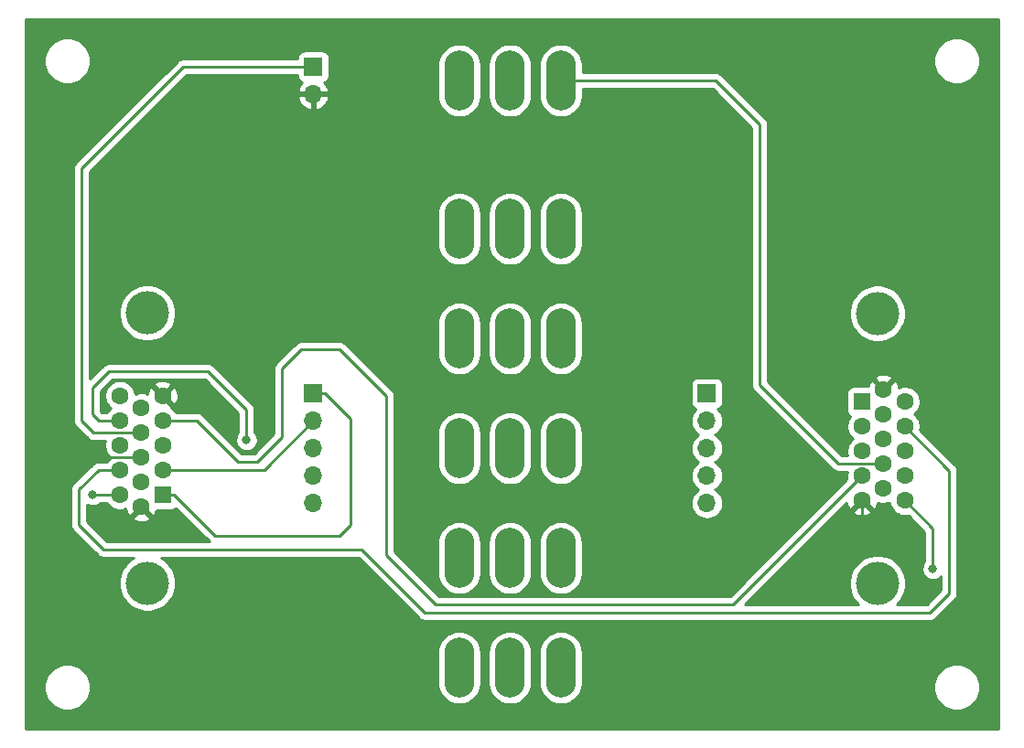
<source format=gbl>
G04 #@! TF.GenerationSoftware,KiCad,Pcbnew,5.1.4-e60b266~84~ubuntu19.04.1*
G04 #@! TF.CreationDate,2019-08-31T13:43:17+02:00*
G04 #@! TF.ProjectId,VGABreakout,56474142-7265-4616-9b6f-75742e6b6963,1.1*
G04 #@! TF.SameCoordinates,Original*
G04 #@! TF.FileFunction,Copper,L2,Bot*
G04 #@! TF.FilePolarity,Positive*
%FSLAX46Y46*%
G04 Gerber Fmt 4.6, Leading zero omitted, Abs format (unit mm)*
G04 Created by KiCad (PCBNEW 5.1.4-e60b266~84~ubuntu19.04.1) date 2019-08-31 13:43:17*
%MOMM*%
%LPD*%
G04 APERTURE LIST*
%ADD10O,2.775000X5.550000*%
%ADD11C,4.000000*%
%ADD12C,1.600000*%
%ADD13R,1.600000X1.600000*%
%ADD14O,1.700000X1.700000*%
%ADD15R,1.700000X1.700000*%
%ADD16C,0.800000*%
%ADD17C,0.250000*%
%ADD18C,0.254000*%
G04 APERTURE END LIST*
D10*
X151651700Y-119776240D03*
X146951700Y-119776240D03*
X142251700Y-119776240D03*
X142251700Y-109616240D03*
X146951700Y-109616240D03*
X151651700Y-109616240D03*
X142251700Y-99456240D03*
X146951700Y-99456240D03*
X151651700Y-99456240D03*
X142251700Y-89296240D03*
X146951700Y-89296240D03*
X151651700Y-89296240D03*
X151651700Y-79136240D03*
X146951700Y-79136240D03*
X142251700Y-79136240D03*
X142251700Y-65416240D03*
X146951700Y-65416240D03*
X151651700Y-65416240D03*
D11*
X113391162Y-111941240D03*
X113391162Y-86941240D03*
D12*
X110851162Y-94596240D03*
X110851162Y-96886240D03*
X110851162Y-99176240D03*
X110851162Y-101466240D03*
X110851162Y-103756240D03*
X112831162Y-95741240D03*
X112831162Y-98031240D03*
X112831162Y-100321240D03*
X112831162Y-102611240D03*
X112831162Y-104901240D03*
X114811162Y-94596240D03*
X114811162Y-96886240D03*
X114811162Y-99176240D03*
X114811162Y-101466240D03*
D13*
X114811162Y-103756240D03*
D14*
X128750500Y-66681240D03*
D15*
X128750500Y-64141240D03*
X128750500Y-94381240D03*
D14*
X128750500Y-96921240D03*
X128750500Y-99461240D03*
X128750500Y-102001240D03*
X128750500Y-104541240D03*
D15*
X165152900Y-94381240D03*
D14*
X165152900Y-96921240D03*
X165152900Y-99461240D03*
X165152900Y-102001240D03*
X165152900Y-104541240D03*
D11*
X180942238Y-86971240D03*
X180942238Y-111971240D03*
D12*
X183482238Y-104316240D03*
X183482238Y-102026240D03*
X183482238Y-99736240D03*
X183482238Y-97446240D03*
X183482238Y-95156240D03*
X181502238Y-103171240D03*
X181502238Y-100881240D03*
X181502238Y-98591240D03*
X181502238Y-96301240D03*
X181502238Y-94011240D03*
X179522238Y-104316240D03*
X179522238Y-102026240D03*
X179522238Y-99736240D03*
X179522238Y-97446240D03*
D13*
X179522238Y-95156240D03*
D16*
X186067700Y-110632240D03*
X122567700Y-98694240D03*
X108343700Y-103774240D03*
X172859700Y-102758240D03*
D17*
X186067700Y-106901702D02*
X183482238Y-104316240D01*
X186067700Y-110632240D02*
X186067700Y-106901702D01*
X119011700Y-92344240D02*
X122567700Y-95900240D01*
X108881700Y-96886240D02*
X108343700Y-96348240D01*
X108343700Y-96348240D02*
X108343700Y-93868240D01*
X110851162Y-96886240D02*
X108881700Y-96886240D01*
X108343700Y-93868240D02*
X109867700Y-92344240D01*
X122567700Y-95900240D02*
X122567700Y-98694240D01*
X109867700Y-92344240D02*
X119011700Y-92344240D01*
X139077700Y-114696240D02*
X185813700Y-114696240D01*
X185813700Y-114696240D02*
X187591700Y-112918240D01*
X187591700Y-112918240D02*
X187591700Y-101555702D01*
X187591700Y-101555702D02*
X183482238Y-97446240D01*
X110851162Y-101466240D02*
X108873700Y-101466240D01*
X107073700Y-106568240D02*
X109359700Y-108854240D01*
X109359700Y-108854240D02*
X133235700Y-108854240D01*
X107073700Y-103266240D02*
X107073700Y-106568240D01*
X108873700Y-101466240D02*
X107073700Y-103266240D01*
X139077700Y-114696240D02*
X133235700Y-108854240D01*
X110851162Y-103756240D02*
X108361700Y-103756240D01*
X108361700Y-103756240D02*
X108343700Y-103774240D01*
X107327700Y-73548240D02*
X116734700Y-64141240D01*
X107327700Y-96916240D02*
X107327700Y-73548240D01*
X112831162Y-98031240D02*
X108442700Y-98031240D01*
X116734700Y-64141240D02*
X128750500Y-64141240D01*
X108442700Y-98031240D02*
X107327700Y-96916240D01*
X167614238Y-113934240D02*
X179522238Y-102026240D01*
X114811162Y-96886240D02*
X117965700Y-96886240D01*
X125869700Y-98440240D02*
X125869700Y-92090240D01*
X135521700Y-94630240D02*
X135521700Y-109362240D01*
X117965700Y-96886240D02*
X121805700Y-100726240D01*
X125869700Y-92090240D02*
X127647700Y-90312240D01*
X127647700Y-90312240D02*
X131203700Y-90312240D01*
X135521700Y-109362240D02*
X140093700Y-113934240D01*
X121805700Y-100726240D02*
X123583700Y-100726240D01*
X131203700Y-90312240D02*
X135521700Y-94630240D01*
X123583700Y-100726240D02*
X125869700Y-98440240D01*
X140093700Y-113934240D02*
X167614238Y-113934240D01*
X124205500Y-101466240D02*
X128750500Y-96921240D01*
X114811162Y-101466240D02*
X124205500Y-101466240D01*
X129850500Y-94381240D02*
X128750500Y-94381240D01*
X114811162Y-103756240D02*
X115861162Y-103756240D01*
X119689162Y-107584240D02*
X131203700Y-107584240D01*
X115861162Y-103756240D02*
X119689162Y-107584240D01*
X131203700Y-107584240D02*
X132219700Y-106568240D01*
X132219700Y-96750440D02*
X129850500Y-94381240D01*
X132219700Y-106568240D02*
X132219700Y-96750440D01*
X181502238Y-100881240D02*
X177332700Y-100881240D01*
X177332700Y-100881240D02*
X170065700Y-93614240D01*
X170065700Y-93614240D02*
X170065700Y-69484240D01*
X165997700Y-65416240D02*
X151651700Y-65416240D01*
X170065700Y-69484240D02*
X165997700Y-65416240D01*
X179522238Y-104316240D02*
X179522238Y-106509702D01*
X112831162Y-100321240D02*
X109613700Y-100321240D01*
D18*
G36*
X192124539Y-125444740D02*
G01*
X102148862Y-125444740D01*
X102148862Y-121379968D01*
X103843900Y-121379968D01*
X103843900Y-121804912D01*
X103926802Y-122221690D01*
X104089421Y-122614287D01*
X104325507Y-122967614D01*
X104625988Y-123268095D01*
X104979315Y-123504181D01*
X105371912Y-123666800D01*
X105788690Y-123749702D01*
X106213634Y-123749702D01*
X106630412Y-123666800D01*
X107023009Y-123504181D01*
X107376336Y-123268095D01*
X107676817Y-122967614D01*
X107912903Y-122614287D01*
X108075522Y-122221690D01*
X108158424Y-121804912D01*
X108158424Y-121379968D01*
X108135177Y-121263097D01*
X140229200Y-121263097D01*
X140258464Y-121560218D01*
X140374113Y-121941461D01*
X140561916Y-122292818D01*
X140814657Y-122600783D01*
X141122622Y-122853524D01*
X141473978Y-123041327D01*
X141855221Y-123156976D01*
X142251700Y-123196026D01*
X142648178Y-123156976D01*
X143029421Y-123041327D01*
X143380778Y-122853524D01*
X143688743Y-122600783D01*
X143941484Y-122292818D01*
X144129287Y-121941462D01*
X144244936Y-121560219D01*
X144274200Y-121263098D01*
X144274200Y-121263097D01*
X144929200Y-121263097D01*
X144958464Y-121560218D01*
X145074113Y-121941461D01*
X145261916Y-122292818D01*
X145514657Y-122600783D01*
X145822622Y-122853524D01*
X146173978Y-123041327D01*
X146555221Y-123156976D01*
X146951700Y-123196026D01*
X147348178Y-123156976D01*
X147729421Y-123041327D01*
X148080778Y-122853524D01*
X148388743Y-122600783D01*
X148641484Y-122292818D01*
X148829287Y-121941462D01*
X148944936Y-121560219D01*
X148974200Y-121263098D01*
X148974200Y-121263097D01*
X149629200Y-121263097D01*
X149658464Y-121560218D01*
X149774113Y-121941461D01*
X149961916Y-122292818D01*
X150214657Y-122600783D01*
X150522622Y-122853524D01*
X150873978Y-123041327D01*
X151255221Y-123156976D01*
X151651700Y-123196026D01*
X152048178Y-123156976D01*
X152429421Y-123041327D01*
X152780778Y-122853524D01*
X153088743Y-122600783D01*
X153341484Y-122292818D01*
X153529287Y-121941462D01*
X153644936Y-121560219D01*
X153662689Y-121379968D01*
X186114976Y-121379968D01*
X186114976Y-121804912D01*
X186197878Y-122221690D01*
X186360497Y-122614287D01*
X186596583Y-122967614D01*
X186897064Y-123268095D01*
X187250391Y-123504181D01*
X187642988Y-123666800D01*
X188059766Y-123749702D01*
X188484710Y-123749702D01*
X188901488Y-123666800D01*
X189294085Y-123504181D01*
X189647412Y-123268095D01*
X189947893Y-122967614D01*
X190183979Y-122614287D01*
X190346598Y-122221690D01*
X190429500Y-121804912D01*
X190429500Y-121379968D01*
X190346598Y-120963190D01*
X190183979Y-120570593D01*
X189947893Y-120217266D01*
X189647412Y-119916785D01*
X189294085Y-119680699D01*
X188901488Y-119518080D01*
X188484710Y-119435178D01*
X188059766Y-119435178D01*
X187642988Y-119518080D01*
X187250391Y-119680699D01*
X186897064Y-119916785D01*
X186596583Y-120217266D01*
X186360497Y-120570593D01*
X186197878Y-120963190D01*
X186114976Y-121379968D01*
X153662689Y-121379968D01*
X153674200Y-121263098D01*
X153674200Y-118289382D01*
X153644936Y-117992261D01*
X153529287Y-117611018D01*
X153341484Y-117259662D01*
X153088743Y-116951697D01*
X152780778Y-116698956D01*
X152429422Y-116511153D01*
X152048179Y-116395504D01*
X151651700Y-116356454D01*
X151255222Y-116395504D01*
X150873979Y-116511153D01*
X150522623Y-116698956D01*
X150214658Y-116951697D01*
X149961917Y-117259662D01*
X149774114Y-117611018D01*
X149658465Y-117992261D01*
X149629201Y-118289382D01*
X149629200Y-121263097D01*
X148974200Y-121263097D01*
X148974200Y-118289382D01*
X148944936Y-117992261D01*
X148829287Y-117611018D01*
X148641484Y-117259662D01*
X148388743Y-116951697D01*
X148080778Y-116698956D01*
X147729422Y-116511153D01*
X147348179Y-116395504D01*
X146951700Y-116356454D01*
X146555222Y-116395504D01*
X146173979Y-116511153D01*
X145822623Y-116698956D01*
X145514658Y-116951697D01*
X145261917Y-117259662D01*
X145074114Y-117611018D01*
X144958465Y-117992261D01*
X144929201Y-118289382D01*
X144929200Y-121263097D01*
X144274200Y-121263097D01*
X144274200Y-118289382D01*
X144244936Y-117992261D01*
X144129287Y-117611018D01*
X143941484Y-117259662D01*
X143688743Y-116951697D01*
X143380778Y-116698956D01*
X143029422Y-116511153D01*
X142648179Y-116395504D01*
X142251700Y-116356454D01*
X141855222Y-116395504D01*
X141473979Y-116511153D01*
X141122623Y-116698956D01*
X140814658Y-116951697D01*
X140561917Y-117259662D01*
X140374114Y-117611018D01*
X140258465Y-117992261D01*
X140229201Y-118289382D01*
X140229200Y-121263097D01*
X108135177Y-121263097D01*
X108075522Y-120963190D01*
X107912903Y-120570593D01*
X107676817Y-120217266D01*
X107376336Y-119916785D01*
X107023009Y-119680699D01*
X106630412Y-119518080D01*
X106213634Y-119435178D01*
X105788690Y-119435178D01*
X105371912Y-119518080D01*
X104979315Y-119680699D01*
X104625988Y-119916785D01*
X104325507Y-120217266D01*
X104089421Y-120570593D01*
X103926802Y-120963190D01*
X103843900Y-121379968D01*
X102148862Y-121379968D01*
X102148862Y-103266240D01*
X106310024Y-103266240D01*
X106313700Y-103303563D01*
X106313701Y-106530908D01*
X106310024Y-106568240D01*
X106324698Y-106717225D01*
X106368154Y-106860486D01*
X106438726Y-106992516D01*
X106504973Y-107073237D01*
X106533700Y-107108241D01*
X106562698Y-107132039D01*
X108795900Y-109365242D01*
X108819699Y-109394241D01*
X108935424Y-109489214D01*
X109067453Y-109559786D01*
X109210714Y-109603243D01*
X109322367Y-109614240D01*
X109322376Y-109614240D01*
X109359699Y-109617916D01*
X109397022Y-109614240D01*
X112130888Y-109614240D01*
X111711447Y-109894502D01*
X111344424Y-110261525D01*
X111056055Y-110693099D01*
X110857423Y-111172639D01*
X110756162Y-111681715D01*
X110756162Y-112200765D01*
X110857423Y-112709841D01*
X111056055Y-113189381D01*
X111344424Y-113620955D01*
X111711447Y-113987978D01*
X112143021Y-114276347D01*
X112622561Y-114474979D01*
X113131637Y-114576240D01*
X113650687Y-114576240D01*
X114159763Y-114474979D01*
X114639303Y-114276347D01*
X115070877Y-113987978D01*
X115437900Y-113620955D01*
X115726269Y-113189381D01*
X115924901Y-112709841D01*
X116026162Y-112200765D01*
X116026162Y-111681715D01*
X115924901Y-111172639D01*
X115726269Y-110693099D01*
X115437900Y-110261525D01*
X115070877Y-109894502D01*
X114651436Y-109614240D01*
X132920899Y-109614240D01*
X138513901Y-115207243D01*
X138537699Y-115236241D01*
X138653424Y-115331214D01*
X138785453Y-115401786D01*
X138928714Y-115445243D01*
X139040367Y-115456240D01*
X139040375Y-115456240D01*
X139077700Y-115459916D01*
X139115025Y-115456240D01*
X185776378Y-115456240D01*
X185813700Y-115459916D01*
X185851022Y-115456240D01*
X185851033Y-115456240D01*
X185962686Y-115445243D01*
X186105947Y-115401786D01*
X186237976Y-115331214D01*
X186353701Y-115236241D01*
X186377504Y-115207237D01*
X188102704Y-113482038D01*
X188131701Y-113458241D01*
X188226674Y-113342516D01*
X188297246Y-113210487D01*
X188340703Y-113067226D01*
X188351700Y-112955573D01*
X188351700Y-112955565D01*
X188355376Y-112918240D01*
X188351700Y-112880915D01*
X188351700Y-101593025D01*
X188355376Y-101555702D01*
X188351700Y-101518379D01*
X188351700Y-101518369D01*
X188340703Y-101406716D01*
X188297246Y-101263455D01*
X188284825Y-101240218D01*
X188226674Y-101131425D01*
X188155499Y-101044699D01*
X188131701Y-101015701D01*
X188102703Y-100991903D01*
X184880926Y-97770127D01*
X184917238Y-97587575D01*
X184917238Y-97304905D01*
X184862091Y-97027666D01*
X184753918Y-96766513D01*
X184596875Y-96531481D01*
X184396997Y-96331603D01*
X184351555Y-96301240D01*
X184396997Y-96270877D01*
X184596875Y-96070999D01*
X184753918Y-95835967D01*
X184862091Y-95574814D01*
X184917238Y-95297575D01*
X184917238Y-95014905D01*
X184862091Y-94737666D01*
X184753918Y-94476513D01*
X184596875Y-94241481D01*
X184396997Y-94041603D01*
X184161965Y-93884560D01*
X183900812Y-93776387D01*
X183623573Y-93721240D01*
X183340903Y-93721240D01*
X183063664Y-93776387D01*
X182926522Y-93833193D01*
X182901025Y-93661110D01*
X182805841Y-93394948D01*
X182738909Y-93269726D01*
X182494940Y-93198143D01*
X181681843Y-94011240D01*
X181695986Y-94025383D01*
X181516381Y-94204988D01*
X181502238Y-94190845D01*
X181488096Y-94204988D01*
X181308491Y-94025383D01*
X181322633Y-94011240D01*
X180509536Y-93198143D01*
X180265567Y-93269726D01*
X180144667Y-93525236D01*
X180096306Y-93718168D01*
X178722238Y-93718168D01*
X178597756Y-93730428D01*
X178478058Y-93766738D01*
X178367744Y-93825703D01*
X178271053Y-93905055D01*
X178191701Y-94001746D01*
X178132736Y-94112060D01*
X178096426Y-94231758D01*
X178084166Y-94356240D01*
X178084166Y-95956240D01*
X178096426Y-96080722D01*
X178132736Y-96200420D01*
X178191701Y-96310734D01*
X178271053Y-96407425D01*
X178367744Y-96486777D01*
X178422850Y-96516232D01*
X178407601Y-96531481D01*
X178250558Y-96766513D01*
X178142385Y-97027666D01*
X178087238Y-97304905D01*
X178087238Y-97587575D01*
X178142385Y-97864814D01*
X178250558Y-98125967D01*
X178407601Y-98360999D01*
X178607479Y-98560877D01*
X178652921Y-98591240D01*
X178607479Y-98621603D01*
X178407601Y-98821481D01*
X178250558Y-99056513D01*
X178142385Y-99317666D01*
X178087238Y-99594905D01*
X178087238Y-99877575D01*
X178135707Y-100121240D01*
X177647502Y-100121240D01*
X170825700Y-93299439D01*
X170825700Y-93018538D01*
X180689141Y-93018538D01*
X181502238Y-93831635D01*
X182315335Y-93018538D01*
X182243752Y-92774569D01*
X181988242Y-92653669D01*
X181714054Y-92584940D01*
X181431726Y-92571023D01*
X181152108Y-92612453D01*
X180885946Y-92707637D01*
X180760724Y-92774569D01*
X180689141Y-93018538D01*
X170825700Y-93018538D01*
X170825700Y-86711715D01*
X178307238Y-86711715D01*
X178307238Y-87230765D01*
X178408499Y-87739841D01*
X178607131Y-88219381D01*
X178895500Y-88650955D01*
X179262523Y-89017978D01*
X179694097Y-89306347D01*
X180173637Y-89504979D01*
X180682713Y-89606240D01*
X181201763Y-89606240D01*
X181710839Y-89504979D01*
X182190379Y-89306347D01*
X182621953Y-89017978D01*
X182988976Y-88650955D01*
X183277345Y-88219381D01*
X183475977Y-87739841D01*
X183577238Y-87230765D01*
X183577238Y-86711715D01*
X183475977Y-86202639D01*
X183277345Y-85723099D01*
X182988976Y-85291525D01*
X182621953Y-84924502D01*
X182190379Y-84636133D01*
X181710839Y-84437501D01*
X181201763Y-84336240D01*
X180682713Y-84336240D01*
X180173637Y-84437501D01*
X179694097Y-84636133D01*
X179262523Y-84924502D01*
X178895500Y-85291525D01*
X178607131Y-85723099D01*
X178408499Y-86202639D01*
X178307238Y-86711715D01*
X170825700Y-86711715D01*
X170825700Y-69521565D01*
X170829376Y-69484240D01*
X170825700Y-69446915D01*
X170825700Y-69446907D01*
X170814703Y-69335254D01*
X170771246Y-69191993D01*
X170700674Y-69059964D01*
X170605701Y-68944239D01*
X170576703Y-68920441D01*
X166561504Y-64905243D01*
X166537701Y-64876239D01*
X166421976Y-64781266D01*
X166289947Y-64710694D01*
X166146686Y-64667237D01*
X166035033Y-64656240D01*
X166035022Y-64656240D01*
X165997700Y-64652564D01*
X165960378Y-64656240D01*
X153674200Y-64656240D01*
X153674200Y-63929382D01*
X153644936Y-63632261D01*
X153570710Y-63387568D01*
X186114976Y-63387568D01*
X186114976Y-63812512D01*
X186197878Y-64229290D01*
X186360497Y-64621887D01*
X186596583Y-64975214D01*
X186897064Y-65275695D01*
X187250391Y-65511781D01*
X187642988Y-65674400D01*
X188059766Y-65757302D01*
X188484710Y-65757302D01*
X188901488Y-65674400D01*
X189294085Y-65511781D01*
X189647412Y-65275695D01*
X189947893Y-64975214D01*
X190183979Y-64621887D01*
X190346598Y-64229290D01*
X190429500Y-63812512D01*
X190429500Y-63387568D01*
X190346598Y-62970790D01*
X190183979Y-62578193D01*
X189947893Y-62224866D01*
X189647412Y-61924385D01*
X189294085Y-61688299D01*
X188901488Y-61525680D01*
X188484710Y-61442778D01*
X188059766Y-61442778D01*
X187642988Y-61525680D01*
X187250391Y-61688299D01*
X186897064Y-61924385D01*
X186596583Y-62224866D01*
X186360497Y-62578193D01*
X186197878Y-62970790D01*
X186114976Y-63387568D01*
X153570710Y-63387568D01*
X153529287Y-63251018D01*
X153341484Y-62899662D01*
X153088743Y-62591697D01*
X152780778Y-62338956D01*
X152429422Y-62151153D01*
X152048179Y-62035504D01*
X151651700Y-61996454D01*
X151255222Y-62035504D01*
X150873979Y-62151153D01*
X150522623Y-62338956D01*
X150214658Y-62591697D01*
X149961917Y-62899662D01*
X149774114Y-63251018D01*
X149658465Y-63632261D01*
X149629201Y-63929382D01*
X149629200Y-66903097D01*
X149658464Y-67200218D01*
X149774113Y-67581461D01*
X149961916Y-67932818D01*
X150214657Y-68240783D01*
X150522622Y-68493524D01*
X150873978Y-68681327D01*
X151255221Y-68796976D01*
X151651700Y-68836026D01*
X152048178Y-68796976D01*
X152429421Y-68681327D01*
X152780778Y-68493524D01*
X153088743Y-68240783D01*
X153341484Y-67932818D01*
X153529287Y-67581462D01*
X153644936Y-67200219D01*
X153674200Y-66903098D01*
X153674200Y-66176240D01*
X165682899Y-66176240D01*
X169305701Y-69799043D01*
X169305700Y-93576918D01*
X169302024Y-93614240D01*
X169305700Y-93651562D01*
X169305700Y-93651572D01*
X169316697Y-93763225D01*
X169352495Y-93881237D01*
X169360154Y-93906486D01*
X169430726Y-94038516D01*
X169466209Y-94081752D01*
X169525699Y-94154241D01*
X169554703Y-94178044D01*
X176768901Y-101392243D01*
X176792699Y-101421241D01*
X176821697Y-101445039D01*
X176908423Y-101516214D01*
X177040453Y-101586786D01*
X177183714Y-101630243D01*
X177295367Y-101641240D01*
X177295377Y-101641240D01*
X177332700Y-101644916D01*
X177370023Y-101641240D01*
X178135707Y-101641240D01*
X178087238Y-101884905D01*
X178087238Y-102167575D01*
X178123550Y-102350126D01*
X167299437Y-113174240D01*
X140408503Y-113174240D01*
X138337359Y-111103097D01*
X140229200Y-111103097D01*
X140258464Y-111400218D01*
X140374113Y-111781461D01*
X140561916Y-112132818D01*
X140814657Y-112440783D01*
X141122622Y-112693524D01*
X141473978Y-112881327D01*
X141855221Y-112996976D01*
X142251700Y-113036026D01*
X142648178Y-112996976D01*
X143029421Y-112881327D01*
X143380778Y-112693524D01*
X143688743Y-112440783D01*
X143941484Y-112132818D01*
X144129287Y-111781462D01*
X144244936Y-111400219D01*
X144274200Y-111103098D01*
X144274200Y-111103097D01*
X144929200Y-111103097D01*
X144958464Y-111400218D01*
X145074113Y-111781461D01*
X145261916Y-112132818D01*
X145514657Y-112440783D01*
X145822622Y-112693524D01*
X146173978Y-112881327D01*
X146555221Y-112996976D01*
X146951700Y-113036026D01*
X147348178Y-112996976D01*
X147729421Y-112881327D01*
X148080778Y-112693524D01*
X148388743Y-112440783D01*
X148641484Y-112132818D01*
X148829287Y-111781462D01*
X148944936Y-111400219D01*
X148974200Y-111103098D01*
X148974200Y-111103097D01*
X149629200Y-111103097D01*
X149658464Y-111400218D01*
X149774113Y-111781461D01*
X149961916Y-112132818D01*
X150214657Y-112440783D01*
X150522622Y-112693524D01*
X150873978Y-112881327D01*
X151255221Y-112996976D01*
X151651700Y-113036026D01*
X152048178Y-112996976D01*
X152429421Y-112881327D01*
X152780778Y-112693524D01*
X153088743Y-112440783D01*
X153341484Y-112132818D01*
X153529287Y-111781462D01*
X153644936Y-111400219D01*
X153674200Y-111103098D01*
X153674200Y-108129382D01*
X153644936Y-107832261D01*
X153529287Y-107451018D01*
X153341484Y-107099662D01*
X153088743Y-106791697D01*
X152780778Y-106538956D01*
X152429422Y-106351153D01*
X152048179Y-106235504D01*
X151651700Y-106196454D01*
X151255222Y-106235504D01*
X150873979Y-106351153D01*
X150522623Y-106538956D01*
X150214658Y-106791697D01*
X149961917Y-107099662D01*
X149774114Y-107451018D01*
X149658465Y-107832261D01*
X149629201Y-108129382D01*
X149629200Y-111103097D01*
X148974200Y-111103097D01*
X148974200Y-108129382D01*
X148944936Y-107832261D01*
X148829287Y-107451018D01*
X148641484Y-107099662D01*
X148388743Y-106791697D01*
X148080778Y-106538956D01*
X147729422Y-106351153D01*
X147348179Y-106235504D01*
X146951700Y-106196454D01*
X146555222Y-106235504D01*
X146173979Y-106351153D01*
X145822623Y-106538956D01*
X145514658Y-106791697D01*
X145261917Y-107099662D01*
X145074114Y-107451018D01*
X144958465Y-107832261D01*
X144929201Y-108129382D01*
X144929200Y-111103097D01*
X144274200Y-111103097D01*
X144274200Y-108129382D01*
X144244936Y-107832261D01*
X144129287Y-107451018D01*
X143941484Y-107099662D01*
X143688743Y-106791697D01*
X143380778Y-106538956D01*
X143029422Y-106351153D01*
X142648179Y-106235504D01*
X142251700Y-106196454D01*
X141855222Y-106235504D01*
X141473979Y-106351153D01*
X141122623Y-106538956D01*
X140814658Y-106791697D01*
X140561917Y-107099662D01*
X140374114Y-107451018D01*
X140258465Y-107832261D01*
X140229201Y-108129382D01*
X140229200Y-111103097D01*
X138337359Y-111103097D01*
X136281700Y-109047439D01*
X136281700Y-100943097D01*
X140229200Y-100943097D01*
X140258464Y-101240218D01*
X140374113Y-101621461D01*
X140561916Y-101972818D01*
X140814657Y-102280783D01*
X141122622Y-102533524D01*
X141473978Y-102721327D01*
X141855221Y-102836976D01*
X142251700Y-102876026D01*
X142648178Y-102836976D01*
X143029421Y-102721327D01*
X143380778Y-102533524D01*
X143688743Y-102280783D01*
X143941484Y-101972818D01*
X144129287Y-101621462D01*
X144244936Y-101240219D01*
X144274200Y-100943098D01*
X144274200Y-100943097D01*
X144929200Y-100943097D01*
X144958464Y-101240218D01*
X145074113Y-101621461D01*
X145261916Y-101972818D01*
X145514657Y-102280783D01*
X145822622Y-102533524D01*
X146173978Y-102721327D01*
X146555221Y-102836976D01*
X146951700Y-102876026D01*
X147348178Y-102836976D01*
X147729421Y-102721327D01*
X148080778Y-102533524D01*
X148388743Y-102280783D01*
X148641484Y-101972818D01*
X148829287Y-101621462D01*
X148944936Y-101240219D01*
X148974200Y-100943098D01*
X148974200Y-100943097D01*
X149629200Y-100943097D01*
X149658464Y-101240218D01*
X149774113Y-101621461D01*
X149961916Y-101972818D01*
X150214657Y-102280783D01*
X150522622Y-102533524D01*
X150873978Y-102721327D01*
X151255221Y-102836976D01*
X151651700Y-102876026D01*
X152048178Y-102836976D01*
X152429421Y-102721327D01*
X152780778Y-102533524D01*
X153088743Y-102280783D01*
X153341484Y-101972818D01*
X153529287Y-101621462D01*
X153644936Y-101240219D01*
X153674200Y-100943098D01*
X153674200Y-97969382D01*
X153644936Y-97672261D01*
X153529287Y-97291018D01*
X153341484Y-96939662D01*
X153326366Y-96921240D01*
X163660715Y-96921240D01*
X163689387Y-97212351D01*
X163774301Y-97492274D01*
X163912194Y-97750254D01*
X164097766Y-97976374D01*
X164323886Y-98161946D01*
X164378691Y-98191240D01*
X164323886Y-98220534D01*
X164097766Y-98406106D01*
X163912194Y-98632226D01*
X163774301Y-98890206D01*
X163689387Y-99170129D01*
X163660715Y-99461240D01*
X163689387Y-99752351D01*
X163774301Y-100032274D01*
X163912194Y-100290254D01*
X164097766Y-100516374D01*
X164323886Y-100701946D01*
X164378691Y-100731240D01*
X164323886Y-100760534D01*
X164097766Y-100946106D01*
X163912194Y-101172226D01*
X163774301Y-101430206D01*
X163689387Y-101710129D01*
X163660715Y-102001240D01*
X163689387Y-102292351D01*
X163774301Y-102572274D01*
X163912194Y-102830254D01*
X164097766Y-103056374D01*
X164323886Y-103241946D01*
X164378691Y-103271240D01*
X164323886Y-103300534D01*
X164097766Y-103486106D01*
X163912194Y-103712226D01*
X163774301Y-103970206D01*
X163689387Y-104250129D01*
X163660715Y-104541240D01*
X163689387Y-104832351D01*
X163774301Y-105112274D01*
X163912194Y-105370254D01*
X164097766Y-105596374D01*
X164323886Y-105781946D01*
X164581866Y-105919839D01*
X164861789Y-106004753D01*
X165079950Y-106026240D01*
X165225850Y-106026240D01*
X165444011Y-106004753D01*
X165723934Y-105919839D01*
X165981914Y-105781946D01*
X166208034Y-105596374D01*
X166393606Y-105370254D01*
X166531499Y-105112274D01*
X166616413Y-104832351D01*
X166645085Y-104541240D01*
X166616413Y-104250129D01*
X166531499Y-103970206D01*
X166393606Y-103712226D01*
X166208034Y-103486106D01*
X165981914Y-103300534D01*
X165927109Y-103271240D01*
X165981914Y-103241946D01*
X166208034Y-103056374D01*
X166393606Y-102830254D01*
X166531499Y-102572274D01*
X166616413Y-102292351D01*
X166645085Y-102001240D01*
X166616413Y-101710129D01*
X166531499Y-101430206D01*
X166393606Y-101172226D01*
X166208034Y-100946106D01*
X165981914Y-100760534D01*
X165927109Y-100731240D01*
X165981914Y-100701946D01*
X166208034Y-100516374D01*
X166393606Y-100290254D01*
X166531499Y-100032274D01*
X166616413Y-99752351D01*
X166645085Y-99461240D01*
X166616413Y-99170129D01*
X166531499Y-98890206D01*
X166393606Y-98632226D01*
X166208034Y-98406106D01*
X165981914Y-98220534D01*
X165927109Y-98191240D01*
X165981914Y-98161946D01*
X166208034Y-97976374D01*
X166393606Y-97750254D01*
X166531499Y-97492274D01*
X166616413Y-97212351D01*
X166645085Y-96921240D01*
X166616413Y-96630129D01*
X166531499Y-96350206D01*
X166393606Y-96092226D01*
X166208034Y-95866106D01*
X166178213Y-95841633D01*
X166247080Y-95820742D01*
X166357394Y-95761777D01*
X166454085Y-95682425D01*
X166533437Y-95585734D01*
X166592402Y-95475420D01*
X166628712Y-95355722D01*
X166640972Y-95231240D01*
X166640972Y-93531240D01*
X166628712Y-93406758D01*
X166592402Y-93287060D01*
X166533437Y-93176746D01*
X166454085Y-93080055D01*
X166357394Y-93000703D01*
X166247080Y-92941738D01*
X166127382Y-92905428D01*
X166002900Y-92893168D01*
X164302900Y-92893168D01*
X164178418Y-92905428D01*
X164058720Y-92941738D01*
X163948406Y-93000703D01*
X163851715Y-93080055D01*
X163772363Y-93176746D01*
X163713398Y-93287060D01*
X163677088Y-93406758D01*
X163664828Y-93531240D01*
X163664828Y-95231240D01*
X163677088Y-95355722D01*
X163713398Y-95475420D01*
X163772363Y-95585734D01*
X163851715Y-95682425D01*
X163948406Y-95761777D01*
X164058720Y-95820742D01*
X164127587Y-95841633D01*
X164097766Y-95866106D01*
X163912194Y-96092226D01*
X163774301Y-96350206D01*
X163689387Y-96630129D01*
X163660715Y-96921240D01*
X153326366Y-96921240D01*
X153088743Y-96631697D01*
X152780778Y-96378956D01*
X152429422Y-96191153D01*
X152048179Y-96075504D01*
X151651700Y-96036454D01*
X151255222Y-96075504D01*
X150873979Y-96191153D01*
X150522623Y-96378956D01*
X150214658Y-96631697D01*
X149961917Y-96939662D01*
X149774114Y-97291018D01*
X149658465Y-97672261D01*
X149629201Y-97969382D01*
X149629200Y-100943097D01*
X148974200Y-100943097D01*
X148974200Y-97969382D01*
X148944936Y-97672261D01*
X148829287Y-97291018D01*
X148641484Y-96939662D01*
X148388743Y-96631697D01*
X148080778Y-96378956D01*
X147729422Y-96191153D01*
X147348179Y-96075504D01*
X146951700Y-96036454D01*
X146555222Y-96075504D01*
X146173979Y-96191153D01*
X145822623Y-96378956D01*
X145514658Y-96631697D01*
X145261917Y-96939662D01*
X145074114Y-97291018D01*
X144958465Y-97672261D01*
X144929201Y-97969382D01*
X144929200Y-100943097D01*
X144274200Y-100943097D01*
X144274200Y-97969382D01*
X144244936Y-97672261D01*
X144129287Y-97291018D01*
X143941484Y-96939662D01*
X143688743Y-96631697D01*
X143380778Y-96378956D01*
X143029422Y-96191153D01*
X142648179Y-96075504D01*
X142251700Y-96036454D01*
X141855222Y-96075504D01*
X141473979Y-96191153D01*
X141122623Y-96378956D01*
X140814658Y-96631697D01*
X140561917Y-96939662D01*
X140374114Y-97291018D01*
X140258465Y-97672261D01*
X140229201Y-97969382D01*
X140229200Y-100943097D01*
X136281700Y-100943097D01*
X136281700Y-94667562D01*
X136285376Y-94630239D01*
X136281700Y-94592916D01*
X136281700Y-94592907D01*
X136270703Y-94481254D01*
X136227246Y-94337993D01*
X136156674Y-94205964D01*
X136061701Y-94090239D01*
X136032704Y-94066442D01*
X132749359Y-90783097D01*
X140229200Y-90783097D01*
X140258464Y-91080218D01*
X140374113Y-91461461D01*
X140561916Y-91812818D01*
X140814657Y-92120783D01*
X141122622Y-92373524D01*
X141473978Y-92561327D01*
X141855221Y-92676976D01*
X142251700Y-92716026D01*
X142648178Y-92676976D01*
X143029421Y-92561327D01*
X143380778Y-92373524D01*
X143688743Y-92120783D01*
X143941484Y-91812818D01*
X144129287Y-91461462D01*
X144244936Y-91080219D01*
X144274200Y-90783098D01*
X144274200Y-90783097D01*
X144929200Y-90783097D01*
X144958464Y-91080218D01*
X145074113Y-91461461D01*
X145261916Y-91812818D01*
X145514657Y-92120783D01*
X145822622Y-92373524D01*
X146173978Y-92561327D01*
X146555221Y-92676976D01*
X146951700Y-92716026D01*
X147348178Y-92676976D01*
X147729421Y-92561327D01*
X148080778Y-92373524D01*
X148388743Y-92120783D01*
X148641484Y-91812818D01*
X148829287Y-91461462D01*
X148944936Y-91080219D01*
X148974200Y-90783098D01*
X148974200Y-90783097D01*
X149629200Y-90783097D01*
X149658464Y-91080218D01*
X149774113Y-91461461D01*
X149961916Y-91812818D01*
X150214657Y-92120783D01*
X150522622Y-92373524D01*
X150873978Y-92561327D01*
X151255221Y-92676976D01*
X151651700Y-92716026D01*
X152048178Y-92676976D01*
X152429421Y-92561327D01*
X152780778Y-92373524D01*
X153088743Y-92120783D01*
X153341484Y-91812818D01*
X153529287Y-91461462D01*
X153644936Y-91080219D01*
X153674200Y-90783098D01*
X153674200Y-87809382D01*
X153644936Y-87512261D01*
X153529287Y-87131018D01*
X153341484Y-86779662D01*
X153088743Y-86471697D01*
X152780778Y-86218956D01*
X152429422Y-86031153D01*
X152048179Y-85915504D01*
X151651700Y-85876454D01*
X151255222Y-85915504D01*
X150873979Y-86031153D01*
X150522623Y-86218956D01*
X150214658Y-86471697D01*
X149961917Y-86779662D01*
X149774114Y-87131018D01*
X149658465Y-87512261D01*
X149629201Y-87809382D01*
X149629200Y-90783097D01*
X148974200Y-90783097D01*
X148974200Y-87809382D01*
X148944936Y-87512261D01*
X148829287Y-87131018D01*
X148641484Y-86779662D01*
X148388743Y-86471697D01*
X148080778Y-86218956D01*
X147729422Y-86031153D01*
X147348179Y-85915504D01*
X146951700Y-85876454D01*
X146555222Y-85915504D01*
X146173979Y-86031153D01*
X145822623Y-86218956D01*
X145514658Y-86471697D01*
X145261917Y-86779662D01*
X145074114Y-87131018D01*
X144958465Y-87512261D01*
X144929201Y-87809382D01*
X144929200Y-90783097D01*
X144274200Y-90783097D01*
X144274200Y-87809382D01*
X144244936Y-87512261D01*
X144129287Y-87131018D01*
X143941484Y-86779662D01*
X143688743Y-86471697D01*
X143380778Y-86218956D01*
X143029422Y-86031153D01*
X142648179Y-85915504D01*
X142251700Y-85876454D01*
X141855222Y-85915504D01*
X141473979Y-86031153D01*
X141122623Y-86218956D01*
X140814658Y-86471697D01*
X140561917Y-86779662D01*
X140374114Y-87131018D01*
X140258465Y-87512261D01*
X140229201Y-87809382D01*
X140229200Y-90783097D01*
X132749359Y-90783097D01*
X131767504Y-89801243D01*
X131743701Y-89772239D01*
X131627976Y-89677266D01*
X131495947Y-89606694D01*
X131352686Y-89563237D01*
X131241033Y-89552240D01*
X131241022Y-89552240D01*
X131203700Y-89548564D01*
X131166378Y-89552240D01*
X127685025Y-89552240D01*
X127647700Y-89548564D01*
X127610375Y-89552240D01*
X127610367Y-89552240D01*
X127498714Y-89563237D01*
X127355453Y-89606694D01*
X127223424Y-89677266D01*
X127107699Y-89772239D01*
X127083901Y-89801237D01*
X125358698Y-91526441D01*
X125329700Y-91550239D01*
X125305902Y-91579237D01*
X125305901Y-91579238D01*
X125234726Y-91665964D01*
X125164154Y-91797994D01*
X125120698Y-91941255D01*
X125106024Y-92090240D01*
X125109701Y-92127572D01*
X125109700Y-98125438D01*
X123268899Y-99966240D01*
X122120502Y-99966240D01*
X118529504Y-96375243D01*
X118505701Y-96346239D01*
X118389976Y-96251266D01*
X118257947Y-96180694D01*
X118114686Y-96137237D01*
X118003033Y-96126240D01*
X118003022Y-96126240D01*
X117965700Y-96122564D01*
X117928378Y-96126240D01*
X116029205Y-96126240D01*
X115925799Y-95971481D01*
X115725921Y-95771603D01*
X115596113Y-95684868D01*
X115624259Y-95588942D01*
X114811162Y-94775845D01*
X114797020Y-94789988D01*
X114617415Y-94610383D01*
X114631557Y-94596240D01*
X114990767Y-94596240D01*
X115803864Y-95409337D01*
X116047833Y-95337754D01*
X116168733Y-95082244D01*
X116237462Y-94808056D01*
X116251379Y-94525728D01*
X116209949Y-94246110D01*
X116114765Y-93979948D01*
X116047833Y-93854726D01*
X115803864Y-93783143D01*
X114990767Y-94596240D01*
X114631557Y-94596240D01*
X113818460Y-93783143D01*
X113574491Y-93854726D01*
X113453591Y-94110236D01*
X113384862Y-94384424D01*
X113383355Y-94414988D01*
X113317166Y-94383669D01*
X113042978Y-94314940D01*
X112760650Y-94301023D01*
X112481032Y-94342453D01*
X112278221Y-94414982D01*
X112231015Y-94177666D01*
X112122842Y-93916513D01*
X111965799Y-93681481D01*
X111887856Y-93603538D01*
X113998065Y-93603538D01*
X114811162Y-94416635D01*
X115624259Y-93603538D01*
X115552676Y-93359569D01*
X115297166Y-93238669D01*
X115022978Y-93169940D01*
X114740650Y-93156023D01*
X114461032Y-93197453D01*
X114194870Y-93292637D01*
X114069648Y-93359569D01*
X113998065Y-93603538D01*
X111887856Y-93603538D01*
X111765921Y-93481603D01*
X111530889Y-93324560D01*
X111269736Y-93216387D01*
X110992497Y-93161240D01*
X110709827Y-93161240D01*
X110432588Y-93216387D01*
X110171435Y-93324560D01*
X109936403Y-93481603D01*
X109736525Y-93681481D01*
X109579482Y-93916513D01*
X109471309Y-94177666D01*
X109416162Y-94454905D01*
X109416162Y-94737575D01*
X109471309Y-95014814D01*
X109579482Y-95275967D01*
X109736525Y-95510999D01*
X109936403Y-95710877D01*
X109981845Y-95741240D01*
X109936403Y-95771603D01*
X109736525Y-95971481D01*
X109633119Y-96126240D01*
X109196502Y-96126240D01*
X109103700Y-96033439D01*
X109103700Y-94183041D01*
X110182503Y-93104240D01*
X118696899Y-93104240D01*
X121807700Y-96215043D01*
X121807701Y-97990528D01*
X121763763Y-98034466D01*
X121650495Y-98203984D01*
X121572474Y-98392342D01*
X121532700Y-98592301D01*
X121532700Y-98796179D01*
X121572474Y-98996138D01*
X121650495Y-99184496D01*
X121763763Y-99354014D01*
X121907926Y-99498177D01*
X122077444Y-99611445D01*
X122265802Y-99689466D01*
X122465761Y-99729240D01*
X122669639Y-99729240D01*
X122869598Y-99689466D01*
X123057956Y-99611445D01*
X123227474Y-99498177D01*
X123371637Y-99354014D01*
X123484905Y-99184496D01*
X123562926Y-98996138D01*
X123602700Y-98796179D01*
X123602700Y-98592301D01*
X123562926Y-98392342D01*
X123484905Y-98203984D01*
X123371637Y-98034466D01*
X123327700Y-97990529D01*
X123327700Y-95937562D01*
X123331376Y-95900239D01*
X123327700Y-95862916D01*
X123327700Y-95862907D01*
X123316703Y-95751254D01*
X123273246Y-95607993D01*
X123202674Y-95475964D01*
X123182384Y-95451240D01*
X123131499Y-95389236D01*
X123131495Y-95389232D01*
X123107701Y-95360239D01*
X123078709Y-95336446D01*
X119575504Y-91833243D01*
X119551701Y-91804239D01*
X119435976Y-91709266D01*
X119303947Y-91638694D01*
X119160686Y-91595237D01*
X119049033Y-91584240D01*
X119049022Y-91584240D01*
X119011700Y-91580564D01*
X118974378Y-91584240D01*
X109905022Y-91584240D01*
X109867699Y-91580564D01*
X109830376Y-91584240D01*
X109830367Y-91584240D01*
X109718714Y-91595237D01*
X109575453Y-91638694D01*
X109443424Y-91709266D01*
X109443422Y-91709267D01*
X109443423Y-91709267D01*
X109356696Y-91780441D01*
X109356692Y-91780445D01*
X109327699Y-91804239D01*
X109303905Y-91833232D01*
X108087700Y-93049439D01*
X108087700Y-86681715D01*
X110756162Y-86681715D01*
X110756162Y-87200765D01*
X110857423Y-87709841D01*
X111056055Y-88189381D01*
X111344424Y-88620955D01*
X111711447Y-88987978D01*
X112143021Y-89276347D01*
X112622561Y-89474979D01*
X113131637Y-89576240D01*
X113650687Y-89576240D01*
X114159763Y-89474979D01*
X114639303Y-89276347D01*
X115070877Y-88987978D01*
X115437900Y-88620955D01*
X115726269Y-88189381D01*
X115924901Y-87709841D01*
X116026162Y-87200765D01*
X116026162Y-86681715D01*
X115924901Y-86172639D01*
X115726269Y-85693099D01*
X115437900Y-85261525D01*
X115070877Y-84894502D01*
X114639303Y-84606133D01*
X114159763Y-84407501D01*
X113650687Y-84306240D01*
X113131637Y-84306240D01*
X112622561Y-84407501D01*
X112143021Y-84606133D01*
X111711447Y-84894502D01*
X111344424Y-85261525D01*
X111056055Y-85693099D01*
X110857423Y-86172639D01*
X110756162Y-86681715D01*
X108087700Y-86681715D01*
X108087700Y-80623097D01*
X140229200Y-80623097D01*
X140258464Y-80920218D01*
X140374113Y-81301461D01*
X140561916Y-81652818D01*
X140814657Y-81960783D01*
X141122622Y-82213524D01*
X141473978Y-82401327D01*
X141855221Y-82516976D01*
X142251700Y-82556026D01*
X142648178Y-82516976D01*
X143029421Y-82401327D01*
X143380778Y-82213524D01*
X143688743Y-81960783D01*
X143941484Y-81652818D01*
X144129287Y-81301462D01*
X144244936Y-80920219D01*
X144274200Y-80623098D01*
X144274200Y-80623097D01*
X144929200Y-80623097D01*
X144958464Y-80920218D01*
X145074113Y-81301461D01*
X145261916Y-81652818D01*
X145514657Y-81960783D01*
X145822622Y-82213524D01*
X146173978Y-82401327D01*
X146555221Y-82516976D01*
X146951700Y-82556026D01*
X147348178Y-82516976D01*
X147729421Y-82401327D01*
X148080778Y-82213524D01*
X148388743Y-81960783D01*
X148641484Y-81652818D01*
X148829287Y-81301462D01*
X148944936Y-80920219D01*
X148974200Y-80623098D01*
X148974200Y-80623097D01*
X149629200Y-80623097D01*
X149658464Y-80920218D01*
X149774113Y-81301461D01*
X149961916Y-81652818D01*
X150214657Y-81960783D01*
X150522622Y-82213524D01*
X150873978Y-82401327D01*
X151255221Y-82516976D01*
X151651700Y-82556026D01*
X152048178Y-82516976D01*
X152429421Y-82401327D01*
X152780778Y-82213524D01*
X153088743Y-81960783D01*
X153341484Y-81652818D01*
X153529287Y-81301462D01*
X153644936Y-80920219D01*
X153674200Y-80623098D01*
X153674200Y-77649382D01*
X153644936Y-77352261D01*
X153529287Y-76971018D01*
X153341484Y-76619662D01*
X153088743Y-76311697D01*
X152780778Y-76058956D01*
X152429422Y-75871153D01*
X152048179Y-75755504D01*
X151651700Y-75716454D01*
X151255222Y-75755504D01*
X150873979Y-75871153D01*
X150522623Y-76058956D01*
X150214658Y-76311697D01*
X149961917Y-76619662D01*
X149774114Y-76971018D01*
X149658465Y-77352261D01*
X149629201Y-77649382D01*
X149629200Y-80623097D01*
X148974200Y-80623097D01*
X148974200Y-77649382D01*
X148944936Y-77352261D01*
X148829287Y-76971018D01*
X148641484Y-76619662D01*
X148388743Y-76311697D01*
X148080778Y-76058956D01*
X147729422Y-75871153D01*
X147348179Y-75755504D01*
X146951700Y-75716454D01*
X146555222Y-75755504D01*
X146173979Y-75871153D01*
X145822623Y-76058956D01*
X145514658Y-76311697D01*
X145261917Y-76619662D01*
X145074114Y-76971018D01*
X144958465Y-77352261D01*
X144929201Y-77649382D01*
X144929200Y-80623097D01*
X144274200Y-80623097D01*
X144274200Y-77649382D01*
X144244936Y-77352261D01*
X144129287Y-76971018D01*
X143941484Y-76619662D01*
X143688743Y-76311697D01*
X143380778Y-76058956D01*
X143029422Y-75871153D01*
X142648179Y-75755504D01*
X142251700Y-75716454D01*
X141855222Y-75755504D01*
X141473979Y-75871153D01*
X141122623Y-76058956D01*
X140814658Y-76311697D01*
X140561917Y-76619662D01*
X140374114Y-76971018D01*
X140258465Y-77352261D01*
X140229201Y-77649382D01*
X140229200Y-80623097D01*
X108087700Y-80623097D01*
X108087700Y-73863041D01*
X114912611Y-67038130D01*
X127309024Y-67038130D01*
X127353675Y-67185339D01*
X127478859Y-67448160D01*
X127652912Y-67681509D01*
X127869145Y-67876418D01*
X128119248Y-68025397D01*
X128393609Y-68122721D01*
X128623500Y-68002054D01*
X128623500Y-66808240D01*
X128877500Y-66808240D01*
X128877500Y-68002054D01*
X129107391Y-68122721D01*
X129381752Y-68025397D01*
X129631855Y-67876418D01*
X129848088Y-67681509D01*
X130022141Y-67448160D01*
X130147325Y-67185339D01*
X130191976Y-67038130D01*
X130120715Y-66903097D01*
X140229200Y-66903097D01*
X140258464Y-67200218D01*
X140374113Y-67581461D01*
X140561916Y-67932818D01*
X140814657Y-68240783D01*
X141122622Y-68493524D01*
X141473978Y-68681327D01*
X141855221Y-68796976D01*
X142251700Y-68836026D01*
X142648178Y-68796976D01*
X143029421Y-68681327D01*
X143380778Y-68493524D01*
X143688743Y-68240783D01*
X143941484Y-67932818D01*
X144129287Y-67581462D01*
X144244936Y-67200219D01*
X144274200Y-66903098D01*
X144274200Y-66903097D01*
X144929200Y-66903097D01*
X144958464Y-67200218D01*
X145074113Y-67581461D01*
X145261916Y-67932818D01*
X145514657Y-68240783D01*
X145822622Y-68493524D01*
X146173978Y-68681327D01*
X146555221Y-68796976D01*
X146951700Y-68836026D01*
X147348178Y-68796976D01*
X147729421Y-68681327D01*
X148080778Y-68493524D01*
X148388743Y-68240783D01*
X148641484Y-67932818D01*
X148829287Y-67581462D01*
X148944936Y-67200219D01*
X148974200Y-66903098D01*
X148974200Y-63929382D01*
X148944936Y-63632261D01*
X148829287Y-63251018D01*
X148641484Y-62899662D01*
X148388743Y-62591697D01*
X148080778Y-62338956D01*
X147729422Y-62151153D01*
X147348179Y-62035504D01*
X146951700Y-61996454D01*
X146555222Y-62035504D01*
X146173979Y-62151153D01*
X145822623Y-62338956D01*
X145514658Y-62591697D01*
X145261917Y-62899662D01*
X145074114Y-63251018D01*
X144958465Y-63632261D01*
X144929201Y-63929382D01*
X144929200Y-66903097D01*
X144274200Y-66903097D01*
X144274200Y-63929382D01*
X144244936Y-63632261D01*
X144129287Y-63251018D01*
X143941484Y-62899662D01*
X143688743Y-62591697D01*
X143380778Y-62338956D01*
X143029422Y-62151153D01*
X142648179Y-62035504D01*
X142251700Y-61996454D01*
X141855222Y-62035504D01*
X141473979Y-62151153D01*
X141122623Y-62338956D01*
X140814658Y-62591697D01*
X140561917Y-62899662D01*
X140374114Y-63251018D01*
X140258465Y-63632261D01*
X140229201Y-63929382D01*
X140229200Y-66903097D01*
X130120715Y-66903097D01*
X130070655Y-66808240D01*
X128877500Y-66808240D01*
X128623500Y-66808240D01*
X127430345Y-66808240D01*
X127309024Y-67038130D01*
X114912611Y-67038130D01*
X117049502Y-64901240D01*
X127262428Y-64901240D01*
X127262428Y-64991240D01*
X127274688Y-65115722D01*
X127310998Y-65235420D01*
X127369963Y-65345734D01*
X127449315Y-65442425D01*
X127546006Y-65521777D01*
X127656320Y-65580742D01*
X127736966Y-65605206D01*
X127652912Y-65680971D01*
X127478859Y-65914320D01*
X127353675Y-66177141D01*
X127309024Y-66324350D01*
X127430345Y-66554240D01*
X128623500Y-66554240D01*
X128623500Y-66534240D01*
X128877500Y-66534240D01*
X128877500Y-66554240D01*
X130070655Y-66554240D01*
X130191976Y-66324350D01*
X130147325Y-66177141D01*
X130022141Y-65914320D01*
X129848088Y-65680971D01*
X129764034Y-65605206D01*
X129844680Y-65580742D01*
X129954994Y-65521777D01*
X130051685Y-65442425D01*
X130131037Y-65345734D01*
X130190002Y-65235420D01*
X130226312Y-65115722D01*
X130238572Y-64991240D01*
X130238572Y-63291240D01*
X130226312Y-63166758D01*
X130190002Y-63047060D01*
X130131037Y-62936746D01*
X130051685Y-62840055D01*
X129954994Y-62760703D01*
X129844680Y-62701738D01*
X129724982Y-62665428D01*
X129600500Y-62653168D01*
X127900500Y-62653168D01*
X127776018Y-62665428D01*
X127656320Y-62701738D01*
X127546006Y-62760703D01*
X127449315Y-62840055D01*
X127369963Y-62936746D01*
X127310998Y-63047060D01*
X127274688Y-63166758D01*
X127262428Y-63291240D01*
X127262428Y-63381240D01*
X116772022Y-63381240D01*
X116734700Y-63377564D01*
X116697377Y-63381240D01*
X116697367Y-63381240D01*
X116585714Y-63392237D01*
X116442453Y-63435694D01*
X116310423Y-63506266D01*
X116226783Y-63574908D01*
X116194699Y-63601239D01*
X116170901Y-63630237D01*
X106816698Y-72984441D01*
X106787700Y-73008239D01*
X106763902Y-73037237D01*
X106763901Y-73037238D01*
X106692726Y-73123964D01*
X106622154Y-73255994D01*
X106578698Y-73399255D01*
X106564024Y-73548240D01*
X106567701Y-73585573D01*
X106567700Y-96878918D01*
X106564024Y-96916240D01*
X106567700Y-96953562D01*
X106567700Y-96953572D01*
X106578697Y-97065225D01*
X106611910Y-97174716D01*
X106622154Y-97208486D01*
X106692726Y-97340516D01*
X106729573Y-97385414D01*
X106787699Y-97456241D01*
X106816702Y-97480044D01*
X107878901Y-98542243D01*
X107902699Y-98571241D01*
X107931697Y-98595039D01*
X108018423Y-98666214D01*
X108140700Y-98731573D01*
X108150453Y-98736786D01*
X108293714Y-98780243D01*
X108405367Y-98791240D01*
X108405376Y-98791240D01*
X108442699Y-98794916D01*
X108480022Y-98791240D01*
X109464631Y-98791240D01*
X109416162Y-99034905D01*
X109416162Y-99317575D01*
X109471309Y-99594814D01*
X109579482Y-99855967D01*
X109736525Y-100090999D01*
X109936403Y-100290877D01*
X109981845Y-100321240D01*
X109936403Y-100351603D01*
X109736525Y-100551481D01*
X109633119Y-100706240D01*
X108911022Y-100706240D01*
X108873699Y-100702564D01*
X108836376Y-100706240D01*
X108836367Y-100706240D01*
X108724714Y-100717237D01*
X108581453Y-100760694D01*
X108449424Y-100831266D01*
X108449422Y-100831267D01*
X108449423Y-100831267D01*
X108362696Y-100902441D01*
X108362692Y-100902445D01*
X108333699Y-100926239D01*
X108309905Y-100955232D01*
X106562702Y-102702437D01*
X106533699Y-102726239D01*
X106490388Y-102779014D01*
X106438726Y-102841964D01*
X106375942Y-102959424D01*
X106368154Y-102973994D01*
X106324697Y-103117255D01*
X106313700Y-103228908D01*
X106313700Y-103228918D01*
X106310024Y-103266240D01*
X102148862Y-103266240D01*
X102148862Y-63387568D01*
X103843900Y-63387568D01*
X103843900Y-63812512D01*
X103926802Y-64229290D01*
X104089421Y-64621887D01*
X104325507Y-64975214D01*
X104625988Y-65275695D01*
X104979315Y-65511781D01*
X105371912Y-65674400D01*
X105788690Y-65757302D01*
X106213634Y-65757302D01*
X106630412Y-65674400D01*
X107023009Y-65511781D01*
X107376336Y-65275695D01*
X107676817Y-64975214D01*
X107912903Y-64621887D01*
X108075522Y-64229290D01*
X108158424Y-63812512D01*
X108158424Y-63387568D01*
X108075522Y-62970790D01*
X107912903Y-62578193D01*
X107676817Y-62224866D01*
X107376336Y-61924385D01*
X107023009Y-61688299D01*
X106630412Y-61525680D01*
X106213634Y-61442778D01*
X105788690Y-61442778D01*
X105371912Y-61525680D01*
X104979315Y-61688299D01*
X104625988Y-61924385D01*
X104325507Y-62224866D01*
X104089421Y-62578193D01*
X103926802Y-62970790D01*
X103843900Y-63387568D01*
X102148862Y-63387568D01*
X102148862Y-59747740D01*
X192124538Y-59747740D01*
X192124539Y-125444740D01*
X192124539Y-125444740D01*
G37*
X192124539Y-125444740D02*
X102148862Y-125444740D01*
X102148862Y-121379968D01*
X103843900Y-121379968D01*
X103843900Y-121804912D01*
X103926802Y-122221690D01*
X104089421Y-122614287D01*
X104325507Y-122967614D01*
X104625988Y-123268095D01*
X104979315Y-123504181D01*
X105371912Y-123666800D01*
X105788690Y-123749702D01*
X106213634Y-123749702D01*
X106630412Y-123666800D01*
X107023009Y-123504181D01*
X107376336Y-123268095D01*
X107676817Y-122967614D01*
X107912903Y-122614287D01*
X108075522Y-122221690D01*
X108158424Y-121804912D01*
X108158424Y-121379968D01*
X108135177Y-121263097D01*
X140229200Y-121263097D01*
X140258464Y-121560218D01*
X140374113Y-121941461D01*
X140561916Y-122292818D01*
X140814657Y-122600783D01*
X141122622Y-122853524D01*
X141473978Y-123041327D01*
X141855221Y-123156976D01*
X142251700Y-123196026D01*
X142648178Y-123156976D01*
X143029421Y-123041327D01*
X143380778Y-122853524D01*
X143688743Y-122600783D01*
X143941484Y-122292818D01*
X144129287Y-121941462D01*
X144244936Y-121560219D01*
X144274200Y-121263098D01*
X144274200Y-121263097D01*
X144929200Y-121263097D01*
X144958464Y-121560218D01*
X145074113Y-121941461D01*
X145261916Y-122292818D01*
X145514657Y-122600783D01*
X145822622Y-122853524D01*
X146173978Y-123041327D01*
X146555221Y-123156976D01*
X146951700Y-123196026D01*
X147348178Y-123156976D01*
X147729421Y-123041327D01*
X148080778Y-122853524D01*
X148388743Y-122600783D01*
X148641484Y-122292818D01*
X148829287Y-121941462D01*
X148944936Y-121560219D01*
X148974200Y-121263098D01*
X148974200Y-121263097D01*
X149629200Y-121263097D01*
X149658464Y-121560218D01*
X149774113Y-121941461D01*
X149961916Y-122292818D01*
X150214657Y-122600783D01*
X150522622Y-122853524D01*
X150873978Y-123041327D01*
X151255221Y-123156976D01*
X151651700Y-123196026D01*
X152048178Y-123156976D01*
X152429421Y-123041327D01*
X152780778Y-122853524D01*
X153088743Y-122600783D01*
X153341484Y-122292818D01*
X153529287Y-121941462D01*
X153644936Y-121560219D01*
X153662689Y-121379968D01*
X186114976Y-121379968D01*
X186114976Y-121804912D01*
X186197878Y-122221690D01*
X186360497Y-122614287D01*
X186596583Y-122967614D01*
X186897064Y-123268095D01*
X187250391Y-123504181D01*
X187642988Y-123666800D01*
X188059766Y-123749702D01*
X188484710Y-123749702D01*
X188901488Y-123666800D01*
X189294085Y-123504181D01*
X189647412Y-123268095D01*
X189947893Y-122967614D01*
X190183979Y-122614287D01*
X190346598Y-122221690D01*
X190429500Y-121804912D01*
X190429500Y-121379968D01*
X190346598Y-120963190D01*
X190183979Y-120570593D01*
X189947893Y-120217266D01*
X189647412Y-119916785D01*
X189294085Y-119680699D01*
X188901488Y-119518080D01*
X188484710Y-119435178D01*
X188059766Y-119435178D01*
X187642988Y-119518080D01*
X187250391Y-119680699D01*
X186897064Y-119916785D01*
X186596583Y-120217266D01*
X186360497Y-120570593D01*
X186197878Y-120963190D01*
X186114976Y-121379968D01*
X153662689Y-121379968D01*
X153674200Y-121263098D01*
X153674200Y-118289382D01*
X153644936Y-117992261D01*
X153529287Y-117611018D01*
X153341484Y-117259662D01*
X153088743Y-116951697D01*
X152780778Y-116698956D01*
X152429422Y-116511153D01*
X152048179Y-116395504D01*
X151651700Y-116356454D01*
X151255222Y-116395504D01*
X150873979Y-116511153D01*
X150522623Y-116698956D01*
X150214658Y-116951697D01*
X149961917Y-117259662D01*
X149774114Y-117611018D01*
X149658465Y-117992261D01*
X149629201Y-118289382D01*
X149629200Y-121263097D01*
X148974200Y-121263097D01*
X148974200Y-118289382D01*
X148944936Y-117992261D01*
X148829287Y-117611018D01*
X148641484Y-117259662D01*
X148388743Y-116951697D01*
X148080778Y-116698956D01*
X147729422Y-116511153D01*
X147348179Y-116395504D01*
X146951700Y-116356454D01*
X146555222Y-116395504D01*
X146173979Y-116511153D01*
X145822623Y-116698956D01*
X145514658Y-116951697D01*
X145261917Y-117259662D01*
X145074114Y-117611018D01*
X144958465Y-117992261D01*
X144929201Y-118289382D01*
X144929200Y-121263097D01*
X144274200Y-121263097D01*
X144274200Y-118289382D01*
X144244936Y-117992261D01*
X144129287Y-117611018D01*
X143941484Y-117259662D01*
X143688743Y-116951697D01*
X143380778Y-116698956D01*
X143029422Y-116511153D01*
X142648179Y-116395504D01*
X142251700Y-116356454D01*
X141855222Y-116395504D01*
X141473979Y-116511153D01*
X141122623Y-116698956D01*
X140814658Y-116951697D01*
X140561917Y-117259662D01*
X140374114Y-117611018D01*
X140258465Y-117992261D01*
X140229201Y-118289382D01*
X140229200Y-121263097D01*
X108135177Y-121263097D01*
X108075522Y-120963190D01*
X107912903Y-120570593D01*
X107676817Y-120217266D01*
X107376336Y-119916785D01*
X107023009Y-119680699D01*
X106630412Y-119518080D01*
X106213634Y-119435178D01*
X105788690Y-119435178D01*
X105371912Y-119518080D01*
X104979315Y-119680699D01*
X104625988Y-119916785D01*
X104325507Y-120217266D01*
X104089421Y-120570593D01*
X103926802Y-120963190D01*
X103843900Y-121379968D01*
X102148862Y-121379968D01*
X102148862Y-103266240D01*
X106310024Y-103266240D01*
X106313700Y-103303563D01*
X106313701Y-106530908D01*
X106310024Y-106568240D01*
X106324698Y-106717225D01*
X106368154Y-106860486D01*
X106438726Y-106992516D01*
X106504973Y-107073237D01*
X106533700Y-107108241D01*
X106562698Y-107132039D01*
X108795900Y-109365242D01*
X108819699Y-109394241D01*
X108935424Y-109489214D01*
X109067453Y-109559786D01*
X109210714Y-109603243D01*
X109322367Y-109614240D01*
X109322376Y-109614240D01*
X109359699Y-109617916D01*
X109397022Y-109614240D01*
X112130888Y-109614240D01*
X111711447Y-109894502D01*
X111344424Y-110261525D01*
X111056055Y-110693099D01*
X110857423Y-111172639D01*
X110756162Y-111681715D01*
X110756162Y-112200765D01*
X110857423Y-112709841D01*
X111056055Y-113189381D01*
X111344424Y-113620955D01*
X111711447Y-113987978D01*
X112143021Y-114276347D01*
X112622561Y-114474979D01*
X113131637Y-114576240D01*
X113650687Y-114576240D01*
X114159763Y-114474979D01*
X114639303Y-114276347D01*
X115070877Y-113987978D01*
X115437900Y-113620955D01*
X115726269Y-113189381D01*
X115924901Y-112709841D01*
X116026162Y-112200765D01*
X116026162Y-111681715D01*
X115924901Y-111172639D01*
X115726269Y-110693099D01*
X115437900Y-110261525D01*
X115070877Y-109894502D01*
X114651436Y-109614240D01*
X132920899Y-109614240D01*
X138513901Y-115207243D01*
X138537699Y-115236241D01*
X138653424Y-115331214D01*
X138785453Y-115401786D01*
X138928714Y-115445243D01*
X139040367Y-115456240D01*
X139040375Y-115456240D01*
X139077700Y-115459916D01*
X139115025Y-115456240D01*
X185776378Y-115456240D01*
X185813700Y-115459916D01*
X185851022Y-115456240D01*
X185851033Y-115456240D01*
X185962686Y-115445243D01*
X186105947Y-115401786D01*
X186237976Y-115331214D01*
X186353701Y-115236241D01*
X186377504Y-115207237D01*
X188102704Y-113482038D01*
X188131701Y-113458241D01*
X188226674Y-113342516D01*
X188297246Y-113210487D01*
X188340703Y-113067226D01*
X188351700Y-112955573D01*
X188351700Y-112955565D01*
X188355376Y-112918240D01*
X188351700Y-112880915D01*
X188351700Y-101593025D01*
X188355376Y-101555702D01*
X188351700Y-101518379D01*
X188351700Y-101518369D01*
X188340703Y-101406716D01*
X188297246Y-101263455D01*
X188284825Y-101240218D01*
X188226674Y-101131425D01*
X188155499Y-101044699D01*
X188131701Y-101015701D01*
X188102703Y-100991903D01*
X184880926Y-97770127D01*
X184917238Y-97587575D01*
X184917238Y-97304905D01*
X184862091Y-97027666D01*
X184753918Y-96766513D01*
X184596875Y-96531481D01*
X184396997Y-96331603D01*
X184351555Y-96301240D01*
X184396997Y-96270877D01*
X184596875Y-96070999D01*
X184753918Y-95835967D01*
X184862091Y-95574814D01*
X184917238Y-95297575D01*
X184917238Y-95014905D01*
X184862091Y-94737666D01*
X184753918Y-94476513D01*
X184596875Y-94241481D01*
X184396997Y-94041603D01*
X184161965Y-93884560D01*
X183900812Y-93776387D01*
X183623573Y-93721240D01*
X183340903Y-93721240D01*
X183063664Y-93776387D01*
X182926522Y-93833193D01*
X182901025Y-93661110D01*
X182805841Y-93394948D01*
X182738909Y-93269726D01*
X182494940Y-93198143D01*
X181681843Y-94011240D01*
X181695986Y-94025383D01*
X181516381Y-94204988D01*
X181502238Y-94190845D01*
X181488096Y-94204988D01*
X181308491Y-94025383D01*
X181322633Y-94011240D01*
X180509536Y-93198143D01*
X180265567Y-93269726D01*
X180144667Y-93525236D01*
X180096306Y-93718168D01*
X178722238Y-93718168D01*
X178597756Y-93730428D01*
X178478058Y-93766738D01*
X178367744Y-93825703D01*
X178271053Y-93905055D01*
X178191701Y-94001746D01*
X178132736Y-94112060D01*
X178096426Y-94231758D01*
X178084166Y-94356240D01*
X178084166Y-95956240D01*
X178096426Y-96080722D01*
X178132736Y-96200420D01*
X178191701Y-96310734D01*
X178271053Y-96407425D01*
X178367744Y-96486777D01*
X178422850Y-96516232D01*
X178407601Y-96531481D01*
X178250558Y-96766513D01*
X178142385Y-97027666D01*
X178087238Y-97304905D01*
X178087238Y-97587575D01*
X178142385Y-97864814D01*
X178250558Y-98125967D01*
X178407601Y-98360999D01*
X178607479Y-98560877D01*
X178652921Y-98591240D01*
X178607479Y-98621603D01*
X178407601Y-98821481D01*
X178250558Y-99056513D01*
X178142385Y-99317666D01*
X178087238Y-99594905D01*
X178087238Y-99877575D01*
X178135707Y-100121240D01*
X177647502Y-100121240D01*
X170825700Y-93299439D01*
X170825700Y-93018538D01*
X180689141Y-93018538D01*
X181502238Y-93831635D01*
X182315335Y-93018538D01*
X182243752Y-92774569D01*
X181988242Y-92653669D01*
X181714054Y-92584940D01*
X181431726Y-92571023D01*
X181152108Y-92612453D01*
X180885946Y-92707637D01*
X180760724Y-92774569D01*
X180689141Y-93018538D01*
X170825700Y-93018538D01*
X170825700Y-86711715D01*
X178307238Y-86711715D01*
X178307238Y-87230765D01*
X178408499Y-87739841D01*
X178607131Y-88219381D01*
X178895500Y-88650955D01*
X179262523Y-89017978D01*
X179694097Y-89306347D01*
X180173637Y-89504979D01*
X180682713Y-89606240D01*
X181201763Y-89606240D01*
X181710839Y-89504979D01*
X182190379Y-89306347D01*
X182621953Y-89017978D01*
X182988976Y-88650955D01*
X183277345Y-88219381D01*
X183475977Y-87739841D01*
X183577238Y-87230765D01*
X183577238Y-86711715D01*
X183475977Y-86202639D01*
X183277345Y-85723099D01*
X182988976Y-85291525D01*
X182621953Y-84924502D01*
X182190379Y-84636133D01*
X181710839Y-84437501D01*
X181201763Y-84336240D01*
X180682713Y-84336240D01*
X180173637Y-84437501D01*
X179694097Y-84636133D01*
X179262523Y-84924502D01*
X178895500Y-85291525D01*
X178607131Y-85723099D01*
X178408499Y-86202639D01*
X178307238Y-86711715D01*
X170825700Y-86711715D01*
X170825700Y-69521565D01*
X170829376Y-69484240D01*
X170825700Y-69446915D01*
X170825700Y-69446907D01*
X170814703Y-69335254D01*
X170771246Y-69191993D01*
X170700674Y-69059964D01*
X170605701Y-68944239D01*
X170576703Y-68920441D01*
X166561504Y-64905243D01*
X166537701Y-64876239D01*
X166421976Y-64781266D01*
X166289947Y-64710694D01*
X166146686Y-64667237D01*
X166035033Y-64656240D01*
X166035022Y-64656240D01*
X165997700Y-64652564D01*
X165960378Y-64656240D01*
X153674200Y-64656240D01*
X153674200Y-63929382D01*
X153644936Y-63632261D01*
X153570710Y-63387568D01*
X186114976Y-63387568D01*
X186114976Y-63812512D01*
X186197878Y-64229290D01*
X186360497Y-64621887D01*
X186596583Y-64975214D01*
X186897064Y-65275695D01*
X187250391Y-65511781D01*
X187642988Y-65674400D01*
X188059766Y-65757302D01*
X188484710Y-65757302D01*
X188901488Y-65674400D01*
X189294085Y-65511781D01*
X189647412Y-65275695D01*
X189947893Y-64975214D01*
X190183979Y-64621887D01*
X190346598Y-64229290D01*
X190429500Y-63812512D01*
X190429500Y-63387568D01*
X190346598Y-62970790D01*
X190183979Y-62578193D01*
X189947893Y-62224866D01*
X189647412Y-61924385D01*
X189294085Y-61688299D01*
X188901488Y-61525680D01*
X188484710Y-61442778D01*
X188059766Y-61442778D01*
X187642988Y-61525680D01*
X187250391Y-61688299D01*
X186897064Y-61924385D01*
X186596583Y-62224866D01*
X186360497Y-62578193D01*
X186197878Y-62970790D01*
X186114976Y-63387568D01*
X153570710Y-63387568D01*
X153529287Y-63251018D01*
X153341484Y-62899662D01*
X153088743Y-62591697D01*
X152780778Y-62338956D01*
X152429422Y-62151153D01*
X152048179Y-62035504D01*
X151651700Y-61996454D01*
X151255222Y-62035504D01*
X150873979Y-62151153D01*
X150522623Y-62338956D01*
X150214658Y-62591697D01*
X149961917Y-62899662D01*
X149774114Y-63251018D01*
X149658465Y-63632261D01*
X149629201Y-63929382D01*
X149629200Y-66903097D01*
X149658464Y-67200218D01*
X149774113Y-67581461D01*
X149961916Y-67932818D01*
X150214657Y-68240783D01*
X150522622Y-68493524D01*
X150873978Y-68681327D01*
X151255221Y-68796976D01*
X151651700Y-68836026D01*
X152048178Y-68796976D01*
X152429421Y-68681327D01*
X152780778Y-68493524D01*
X153088743Y-68240783D01*
X153341484Y-67932818D01*
X153529287Y-67581462D01*
X153644936Y-67200219D01*
X153674200Y-66903098D01*
X153674200Y-66176240D01*
X165682899Y-66176240D01*
X169305701Y-69799043D01*
X169305700Y-93576918D01*
X169302024Y-93614240D01*
X169305700Y-93651562D01*
X169305700Y-93651572D01*
X169316697Y-93763225D01*
X169352495Y-93881237D01*
X169360154Y-93906486D01*
X169430726Y-94038516D01*
X169466209Y-94081752D01*
X169525699Y-94154241D01*
X169554703Y-94178044D01*
X176768901Y-101392243D01*
X176792699Y-101421241D01*
X176821697Y-101445039D01*
X176908423Y-101516214D01*
X177040453Y-101586786D01*
X177183714Y-101630243D01*
X177295367Y-101641240D01*
X177295377Y-101641240D01*
X177332700Y-101644916D01*
X177370023Y-101641240D01*
X178135707Y-101641240D01*
X178087238Y-101884905D01*
X178087238Y-102167575D01*
X178123550Y-102350126D01*
X167299437Y-113174240D01*
X140408503Y-113174240D01*
X138337359Y-111103097D01*
X140229200Y-111103097D01*
X140258464Y-111400218D01*
X140374113Y-111781461D01*
X140561916Y-112132818D01*
X140814657Y-112440783D01*
X141122622Y-112693524D01*
X141473978Y-112881327D01*
X141855221Y-112996976D01*
X142251700Y-113036026D01*
X142648178Y-112996976D01*
X143029421Y-112881327D01*
X143380778Y-112693524D01*
X143688743Y-112440783D01*
X143941484Y-112132818D01*
X144129287Y-111781462D01*
X144244936Y-111400219D01*
X144274200Y-111103098D01*
X144274200Y-111103097D01*
X144929200Y-111103097D01*
X144958464Y-111400218D01*
X145074113Y-111781461D01*
X145261916Y-112132818D01*
X145514657Y-112440783D01*
X145822622Y-112693524D01*
X146173978Y-112881327D01*
X146555221Y-112996976D01*
X146951700Y-113036026D01*
X147348178Y-112996976D01*
X147729421Y-112881327D01*
X148080778Y-112693524D01*
X148388743Y-112440783D01*
X148641484Y-112132818D01*
X148829287Y-111781462D01*
X148944936Y-111400219D01*
X148974200Y-111103098D01*
X148974200Y-111103097D01*
X149629200Y-111103097D01*
X149658464Y-111400218D01*
X149774113Y-111781461D01*
X149961916Y-112132818D01*
X150214657Y-112440783D01*
X150522622Y-112693524D01*
X150873978Y-112881327D01*
X151255221Y-112996976D01*
X151651700Y-113036026D01*
X152048178Y-112996976D01*
X152429421Y-112881327D01*
X152780778Y-112693524D01*
X153088743Y-112440783D01*
X153341484Y-112132818D01*
X153529287Y-111781462D01*
X153644936Y-111400219D01*
X153674200Y-111103098D01*
X153674200Y-108129382D01*
X153644936Y-107832261D01*
X153529287Y-107451018D01*
X153341484Y-107099662D01*
X153088743Y-106791697D01*
X152780778Y-106538956D01*
X152429422Y-106351153D01*
X152048179Y-106235504D01*
X151651700Y-106196454D01*
X151255222Y-106235504D01*
X150873979Y-106351153D01*
X150522623Y-106538956D01*
X150214658Y-106791697D01*
X149961917Y-107099662D01*
X149774114Y-107451018D01*
X149658465Y-107832261D01*
X149629201Y-108129382D01*
X149629200Y-111103097D01*
X148974200Y-111103097D01*
X148974200Y-108129382D01*
X148944936Y-107832261D01*
X148829287Y-107451018D01*
X148641484Y-107099662D01*
X148388743Y-106791697D01*
X148080778Y-106538956D01*
X147729422Y-106351153D01*
X147348179Y-106235504D01*
X146951700Y-106196454D01*
X146555222Y-106235504D01*
X146173979Y-106351153D01*
X145822623Y-106538956D01*
X145514658Y-106791697D01*
X145261917Y-107099662D01*
X145074114Y-107451018D01*
X144958465Y-107832261D01*
X144929201Y-108129382D01*
X144929200Y-111103097D01*
X144274200Y-111103097D01*
X144274200Y-108129382D01*
X144244936Y-107832261D01*
X144129287Y-107451018D01*
X143941484Y-107099662D01*
X143688743Y-106791697D01*
X143380778Y-106538956D01*
X143029422Y-106351153D01*
X142648179Y-106235504D01*
X142251700Y-106196454D01*
X141855222Y-106235504D01*
X141473979Y-106351153D01*
X141122623Y-106538956D01*
X140814658Y-106791697D01*
X140561917Y-107099662D01*
X140374114Y-107451018D01*
X140258465Y-107832261D01*
X140229201Y-108129382D01*
X140229200Y-111103097D01*
X138337359Y-111103097D01*
X136281700Y-109047439D01*
X136281700Y-100943097D01*
X140229200Y-100943097D01*
X140258464Y-101240218D01*
X140374113Y-101621461D01*
X140561916Y-101972818D01*
X140814657Y-102280783D01*
X141122622Y-102533524D01*
X141473978Y-102721327D01*
X141855221Y-102836976D01*
X142251700Y-102876026D01*
X142648178Y-102836976D01*
X143029421Y-102721327D01*
X143380778Y-102533524D01*
X143688743Y-102280783D01*
X143941484Y-101972818D01*
X144129287Y-101621462D01*
X144244936Y-101240219D01*
X144274200Y-100943098D01*
X144274200Y-100943097D01*
X144929200Y-100943097D01*
X144958464Y-101240218D01*
X145074113Y-101621461D01*
X145261916Y-101972818D01*
X145514657Y-102280783D01*
X145822622Y-102533524D01*
X146173978Y-102721327D01*
X146555221Y-102836976D01*
X146951700Y-102876026D01*
X147348178Y-102836976D01*
X147729421Y-102721327D01*
X148080778Y-102533524D01*
X148388743Y-102280783D01*
X148641484Y-101972818D01*
X148829287Y-101621462D01*
X148944936Y-101240219D01*
X148974200Y-100943098D01*
X148974200Y-100943097D01*
X149629200Y-100943097D01*
X149658464Y-101240218D01*
X149774113Y-101621461D01*
X149961916Y-101972818D01*
X150214657Y-102280783D01*
X150522622Y-102533524D01*
X150873978Y-102721327D01*
X151255221Y-102836976D01*
X151651700Y-102876026D01*
X152048178Y-102836976D01*
X152429421Y-102721327D01*
X152780778Y-102533524D01*
X153088743Y-102280783D01*
X153341484Y-101972818D01*
X153529287Y-101621462D01*
X153644936Y-101240219D01*
X153674200Y-100943098D01*
X153674200Y-97969382D01*
X153644936Y-97672261D01*
X153529287Y-97291018D01*
X153341484Y-96939662D01*
X153326366Y-96921240D01*
X163660715Y-96921240D01*
X163689387Y-97212351D01*
X163774301Y-97492274D01*
X163912194Y-97750254D01*
X164097766Y-97976374D01*
X164323886Y-98161946D01*
X164378691Y-98191240D01*
X164323886Y-98220534D01*
X164097766Y-98406106D01*
X163912194Y-98632226D01*
X163774301Y-98890206D01*
X163689387Y-99170129D01*
X163660715Y-99461240D01*
X163689387Y-99752351D01*
X163774301Y-100032274D01*
X163912194Y-100290254D01*
X164097766Y-100516374D01*
X164323886Y-100701946D01*
X164378691Y-100731240D01*
X164323886Y-100760534D01*
X164097766Y-100946106D01*
X163912194Y-101172226D01*
X163774301Y-101430206D01*
X163689387Y-101710129D01*
X163660715Y-102001240D01*
X163689387Y-102292351D01*
X163774301Y-102572274D01*
X163912194Y-102830254D01*
X164097766Y-103056374D01*
X164323886Y-103241946D01*
X164378691Y-103271240D01*
X164323886Y-103300534D01*
X164097766Y-103486106D01*
X163912194Y-103712226D01*
X163774301Y-103970206D01*
X163689387Y-104250129D01*
X163660715Y-104541240D01*
X163689387Y-104832351D01*
X163774301Y-105112274D01*
X163912194Y-105370254D01*
X164097766Y-105596374D01*
X164323886Y-105781946D01*
X164581866Y-105919839D01*
X164861789Y-106004753D01*
X165079950Y-106026240D01*
X165225850Y-106026240D01*
X165444011Y-106004753D01*
X165723934Y-105919839D01*
X165981914Y-105781946D01*
X166208034Y-105596374D01*
X166393606Y-105370254D01*
X166531499Y-105112274D01*
X166616413Y-104832351D01*
X166645085Y-104541240D01*
X166616413Y-104250129D01*
X166531499Y-103970206D01*
X166393606Y-103712226D01*
X166208034Y-103486106D01*
X165981914Y-103300534D01*
X165927109Y-103271240D01*
X165981914Y-103241946D01*
X166208034Y-103056374D01*
X166393606Y-102830254D01*
X166531499Y-102572274D01*
X166616413Y-102292351D01*
X166645085Y-102001240D01*
X166616413Y-101710129D01*
X166531499Y-101430206D01*
X166393606Y-101172226D01*
X166208034Y-100946106D01*
X165981914Y-100760534D01*
X165927109Y-100731240D01*
X165981914Y-100701946D01*
X166208034Y-100516374D01*
X166393606Y-100290254D01*
X166531499Y-100032274D01*
X166616413Y-99752351D01*
X166645085Y-99461240D01*
X166616413Y-99170129D01*
X166531499Y-98890206D01*
X166393606Y-98632226D01*
X166208034Y-98406106D01*
X165981914Y-98220534D01*
X165927109Y-98191240D01*
X165981914Y-98161946D01*
X166208034Y-97976374D01*
X166393606Y-97750254D01*
X166531499Y-97492274D01*
X166616413Y-97212351D01*
X166645085Y-96921240D01*
X166616413Y-96630129D01*
X166531499Y-96350206D01*
X166393606Y-96092226D01*
X166208034Y-95866106D01*
X166178213Y-95841633D01*
X166247080Y-95820742D01*
X166357394Y-95761777D01*
X166454085Y-95682425D01*
X166533437Y-95585734D01*
X166592402Y-95475420D01*
X166628712Y-95355722D01*
X166640972Y-95231240D01*
X166640972Y-93531240D01*
X166628712Y-93406758D01*
X166592402Y-93287060D01*
X166533437Y-93176746D01*
X166454085Y-93080055D01*
X166357394Y-93000703D01*
X166247080Y-92941738D01*
X166127382Y-92905428D01*
X166002900Y-92893168D01*
X164302900Y-92893168D01*
X164178418Y-92905428D01*
X164058720Y-92941738D01*
X163948406Y-93000703D01*
X163851715Y-93080055D01*
X163772363Y-93176746D01*
X163713398Y-93287060D01*
X163677088Y-93406758D01*
X163664828Y-93531240D01*
X163664828Y-95231240D01*
X163677088Y-95355722D01*
X163713398Y-95475420D01*
X163772363Y-95585734D01*
X163851715Y-95682425D01*
X163948406Y-95761777D01*
X164058720Y-95820742D01*
X164127587Y-95841633D01*
X164097766Y-95866106D01*
X163912194Y-96092226D01*
X163774301Y-96350206D01*
X163689387Y-96630129D01*
X163660715Y-96921240D01*
X153326366Y-96921240D01*
X153088743Y-96631697D01*
X152780778Y-96378956D01*
X152429422Y-96191153D01*
X152048179Y-96075504D01*
X151651700Y-96036454D01*
X151255222Y-96075504D01*
X150873979Y-96191153D01*
X150522623Y-96378956D01*
X150214658Y-96631697D01*
X149961917Y-96939662D01*
X149774114Y-97291018D01*
X149658465Y-97672261D01*
X149629201Y-97969382D01*
X149629200Y-100943097D01*
X148974200Y-100943097D01*
X148974200Y-97969382D01*
X148944936Y-97672261D01*
X148829287Y-97291018D01*
X148641484Y-96939662D01*
X148388743Y-96631697D01*
X148080778Y-96378956D01*
X147729422Y-96191153D01*
X147348179Y-96075504D01*
X146951700Y-96036454D01*
X146555222Y-96075504D01*
X146173979Y-96191153D01*
X145822623Y-96378956D01*
X145514658Y-96631697D01*
X145261917Y-96939662D01*
X145074114Y-97291018D01*
X144958465Y-97672261D01*
X144929201Y-97969382D01*
X144929200Y-100943097D01*
X144274200Y-100943097D01*
X144274200Y-97969382D01*
X144244936Y-97672261D01*
X144129287Y-97291018D01*
X143941484Y-96939662D01*
X143688743Y-96631697D01*
X143380778Y-96378956D01*
X143029422Y-96191153D01*
X142648179Y-96075504D01*
X142251700Y-96036454D01*
X141855222Y-96075504D01*
X141473979Y-96191153D01*
X141122623Y-96378956D01*
X140814658Y-96631697D01*
X140561917Y-96939662D01*
X140374114Y-97291018D01*
X140258465Y-97672261D01*
X140229201Y-97969382D01*
X140229200Y-100943097D01*
X136281700Y-100943097D01*
X136281700Y-94667562D01*
X136285376Y-94630239D01*
X136281700Y-94592916D01*
X136281700Y-94592907D01*
X136270703Y-94481254D01*
X136227246Y-94337993D01*
X136156674Y-94205964D01*
X136061701Y-94090239D01*
X136032704Y-94066442D01*
X132749359Y-90783097D01*
X140229200Y-90783097D01*
X140258464Y-91080218D01*
X140374113Y-91461461D01*
X140561916Y-91812818D01*
X140814657Y-92120783D01*
X141122622Y-92373524D01*
X141473978Y-92561327D01*
X141855221Y-92676976D01*
X142251700Y-92716026D01*
X142648178Y-92676976D01*
X143029421Y-92561327D01*
X143380778Y-92373524D01*
X143688743Y-92120783D01*
X143941484Y-91812818D01*
X144129287Y-91461462D01*
X144244936Y-91080219D01*
X144274200Y-90783098D01*
X144274200Y-90783097D01*
X144929200Y-90783097D01*
X144958464Y-91080218D01*
X145074113Y-91461461D01*
X145261916Y-91812818D01*
X145514657Y-92120783D01*
X145822622Y-92373524D01*
X146173978Y-92561327D01*
X146555221Y-92676976D01*
X146951700Y-92716026D01*
X147348178Y-92676976D01*
X147729421Y-92561327D01*
X148080778Y-92373524D01*
X148388743Y-92120783D01*
X148641484Y-91812818D01*
X148829287Y-91461462D01*
X148944936Y-91080219D01*
X148974200Y-90783098D01*
X148974200Y-90783097D01*
X149629200Y-90783097D01*
X149658464Y-91080218D01*
X149774113Y-91461461D01*
X149961916Y-91812818D01*
X150214657Y-92120783D01*
X150522622Y-92373524D01*
X150873978Y-92561327D01*
X151255221Y-92676976D01*
X151651700Y-92716026D01*
X152048178Y-92676976D01*
X152429421Y-92561327D01*
X152780778Y-92373524D01*
X153088743Y-92120783D01*
X153341484Y-91812818D01*
X153529287Y-91461462D01*
X153644936Y-91080219D01*
X153674200Y-90783098D01*
X153674200Y-87809382D01*
X153644936Y-87512261D01*
X153529287Y-87131018D01*
X153341484Y-86779662D01*
X153088743Y-86471697D01*
X152780778Y-86218956D01*
X152429422Y-86031153D01*
X152048179Y-85915504D01*
X151651700Y-85876454D01*
X151255222Y-85915504D01*
X150873979Y-86031153D01*
X150522623Y-86218956D01*
X150214658Y-86471697D01*
X149961917Y-86779662D01*
X149774114Y-87131018D01*
X149658465Y-87512261D01*
X149629201Y-87809382D01*
X149629200Y-90783097D01*
X148974200Y-90783097D01*
X148974200Y-87809382D01*
X148944936Y-87512261D01*
X148829287Y-87131018D01*
X148641484Y-86779662D01*
X148388743Y-86471697D01*
X148080778Y-86218956D01*
X147729422Y-86031153D01*
X147348179Y-85915504D01*
X146951700Y-85876454D01*
X146555222Y-85915504D01*
X146173979Y-86031153D01*
X145822623Y-86218956D01*
X145514658Y-86471697D01*
X145261917Y-86779662D01*
X145074114Y-87131018D01*
X144958465Y-87512261D01*
X144929201Y-87809382D01*
X144929200Y-90783097D01*
X144274200Y-90783097D01*
X144274200Y-87809382D01*
X144244936Y-87512261D01*
X144129287Y-87131018D01*
X143941484Y-86779662D01*
X143688743Y-86471697D01*
X143380778Y-86218956D01*
X143029422Y-86031153D01*
X142648179Y-85915504D01*
X142251700Y-85876454D01*
X141855222Y-85915504D01*
X141473979Y-86031153D01*
X141122623Y-86218956D01*
X140814658Y-86471697D01*
X140561917Y-86779662D01*
X140374114Y-87131018D01*
X140258465Y-87512261D01*
X140229201Y-87809382D01*
X140229200Y-90783097D01*
X132749359Y-90783097D01*
X131767504Y-89801243D01*
X131743701Y-89772239D01*
X131627976Y-89677266D01*
X131495947Y-89606694D01*
X131352686Y-89563237D01*
X131241033Y-89552240D01*
X131241022Y-89552240D01*
X131203700Y-89548564D01*
X131166378Y-89552240D01*
X127685025Y-89552240D01*
X127647700Y-89548564D01*
X127610375Y-89552240D01*
X127610367Y-89552240D01*
X127498714Y-89563237D01*
X127355453Y-89606694D01*
X127223424Y-89677266D01*
X127107699Y-89772239D01*
X127083901Y-89801237D01*
X125358698Y-91526441D01*
X125329700Y-91550239D01*
X125305902Y-91579237D01*
X125305901Y-91579238D01*
X125234726Y-91665964D01*
X125164154Y-91797994D01*
X125120698Y-91941255D01*
X125106024Y-92090240D01*
X125109701Y-92127572D01*
X125109700Y-98125438D01*
X123268899Y-99966240D01*
X122120502Y-99966240D01*
X118529504Y-96375243D01*
X118505701Y-96346239D01*
X118389976Y-96251266D01*
X118257947Y-96180694D01*
X118114686Y-96137237D01*
X118003033Y-96126240D01*
X118003022Y-96126240D01*
X117965700Y-96122564D01*
X117928378Y-96126240D01*
X116029205Y-96126240D01*
X115925799Y-95971481D01*
X115725921Y-95771603D01*
X115596113Y-95684868D01*
X115624259Y-95588942D01*
X114811162Y-94775845D01*
X114797020Y-94789988D01*
X114617415Y-94610383D01*
X114631557Y-94596240D01*
X114990767Y-94596240D01*
X115803864Y-95409337D01*
X116047833Y-95337754D01*
X116168733Y-95082244D01*
X116237462Y-94808056D01*
X116251379Y-94525728D01*
X116209949Y-94246110D01*
X116114765Y-93979948D01*
X116047833Y-93854726D01*
X115803864Y-93783143D01*
X114990767Y-94596240D01*
X114631557Y-94596240D01*
X113818460Y-93783143D01*
X113574491Y-93854726D01*
X113453591Y-94110236D01*
X113384862Y-94384424D01*
X113383355Y-94414988D01*
X113317166Y-94383669D01*
X113042978Y-94314940D01*
X112760650Y-94301023D01*
X112481032Y-94342453D01*
X112278221Y-94414982D01*
X112231015Y-94177666D01*
X112122842Y-93916513D01*
X111965799Y-93681481D01*
X111887856Y-93603538D01*
X113998065Y-93603538D01*
X114811162Y-94416635D01*
X115624259Y-93603538D01*
X115552676Y-93359569D01*
X115297166Y-93238669D01*
X115022978Y-93169940D01*
X114740650Y-93156023D01*
X114461032Y-93197453D01*
X114194870Y-93292637D01*
X114069648Y-93359569D01*
X113998065Y-93603538D01*
X111887856Y-93603538D01*
X111765921Y-93481603D01*
X111530889Y-93324560D01*
X111269736Y-93216387D01*
X110992497Y-93161240D01*
X110709827Y-93161240D01*
X110432588Y-93216387D01*
X110171435Y-93324560D01*
X109936403Y-93481603D01*
X109736525Y-93681481D01*
X109579482Y-93916513D01*
X109471309Y-94177666D01*
X109416162Y-94454905D01*
X109416162Y-94737575D01*
X109471309Y-95014814D01*
X109579482Y-95275967D01*
X109736525Y-95510999D01*
X109936403Y-95710877D01*
X109981845Y-95741240D01*
X109936403Y-95771603D01*
X109736525Y-95971481D01*
X109633119Y-96126240D01*
X109196502Y-96126240D01*
X109103700Y-96033439D01*
X109103700Y-94183041D01*
X110182503Y-93104240D01*
X118696899Y-93104240D01*
X121807700Y-96215043D01*
X121807701Y-97990528D01*
X121763763Y-98034466D01*
X121650495Y-98203984D01*
X121572474Y-98392342D01*
X121532700Y-98592301D01*
X121532700Y-98796179D01*
X121572474Y-98996138D01*
X121650495Y-99184496D01*
X121763763Y-99354014D01*
X121907926Y-99498177D01*
X122077444Y-99611445D01*
X122265802Y-99689466D01*
X122465761Y-99729240D01*
X122669639Y-99729240D01*
X122869598Y-99689466D01*
X123057956Y-99611445D01*
X123227474Y-99498177D01*
X123371637Y-99354014D01*
X123484905Y-99184496D01*
X123562926Y-98996138D01*
X123602700Y-98796179D01*
X123602700Y-98592301D01*
X123562926Y-98392342D01*
X123484905Y-98203984D01*
X123371637Y-98034466D01*
X123327700Y-97990529D01*
X123327700Y-95937562D01*
X123331376Y-95900239D01*
X123327700Y-95862916D01*
X123327700Y-95862907D01*
X123316703Y-95751254D01*
X123273246Y-95607993D01*
X123202674Y-95475964D01*
X123182384Y-95451240D01*
X123131499Y-95389236D01*
X123131495Y-95389232D01*
X123107701Y-95360239D01*
X123078709Y-95336446D01*
X119575504Y-91833243D01*
X119551701Y-91804239D01*
X119435976Y-91709266D01*
X119303947Y-91638694D01*
X119160686Y-91595237D01*
X119049033Y-91584240D01*
X119049022Y-91584240D01*
X119011700Y-91580564D01*
X118974378Y-91584240D01*
X109905022Y-91584240D01*
X109867699Y-91580564D01*
X109830376Y-91584240D01*
X109830367Y-91584240D01*
X109718714Y-91595237D01*
X109575453Y-91638694D01*
X109443424Y-91709266D01*
X109443422Y-91709267D01*
X109443423Y-91709267D01*
X109356696Y-91780441D01*
X109356692Y-91780445D01*
X109327699Y-91804239D01*
X109303905Y-91833232D01*
X108087700Y-93049439D01*
X108087700Y-86681715D01*
X110756162Y-86681715D01*
X110756162Y-87200765D01*
X110857423Y-87709841D01*
X111056055Y-88189381D01*
X111344424Y-88620955D01*
X111711447Y-88987978D01*
X112143021Y-89276347D01*
X112622561Y-89474979D01*
X113131637Y-89576240D01*
X113650687Y-89576240D01*
X114159763Y-89474979D01*
X114639303Y-89276347D01*
X115070877Y-88987978D01*
X115437900Y-88620955D01*
X115726269Y-88189381D01*
X115924901Y-87709841D01*
X116026162Y-87200765D01*
X116026162Y-86681715D01*
X115924901Y-86172639D01*
X115726269Y-85693099D01*
X115437900Y-85261525D01*
X115070877Y-84894502D01*
X114639303Y-84606133D01*
X114159763Y-84407501D01*
X113650687Y-84306240D01*
X113131637Y-84306240D01*
X112622561Y-84407501D01*
X112143021Y-84606133D01*
X111711447Y-84894502D01*
X111344424Y-85261525D01*
X111056055Y-85693099D01*
X110857423Y-86172639D01*
X110756162Y-86681715D01*
X108087700Y-86681715D01*
X108087700Y-80623097D01*
X140229200Y-80623097D01*
X140258464Y-80920218D01*
X140374113Y-81301461D01*
X140561916Y-81652818D01*
X140814657Y-81960783D01*
X141122622Y-82213524D01*
X141473978Y-82401327D01*
X141855221Y-82516976D01*
X142251700Y-82556026D01*
X142648178Y-82516976D01*
X143029421Y-82401327D01*
X143380778Y-82213524D01*
X143688743Y-81960783D01*
X143941484Y-81652818D01*
X144129287Y-81301462D01*
X144244936Y-80920219D01*
X144274200Y-80623098D01*
X144274200Y-80623097D01*
X144929200Y-80623097D01*
X144958464Y-80920218D01*
X145074113Y-81301461D01*
X145261916Y-81652818D01*
X145514657Y-81960783D01*
X145822622Y-82213524D01*
X146173978Y-82401327D01*
X146555221Y-82516976D01*
X146951700Y-82556026D01*
X147348178Y-82516976D01*
X147729421Y-82401327D01*
X148080778Y-82213524D01*
X148388743Y-81960783D01*
X148641484Y-81652818D01*
X148829287Y-81301462D01*
X148944936Y-80920219D01*
X148974200Y-80623098D01*
X148974200Y-80623097D01*
X149629200Y-80623097D01*
X149658464Y-80920218D01*
X149774113Y-81301461D01*
X149961916Y-81652818D01*
X150214657Y-81960783D01*
X150522622Y-82213524D01*
X150873978Y-82401327D01*
X151255221Y-82516976D01*
X151651700Y-82556026D01*
X152048178Y-82516976D01*
X152429421Y-82401327D01*
X152780778Y-82213524D01*
X153088743Y-81960783D01*
X153341484Y-81652818D01*
X153529287Y-81301462D01*
X153644936Y-80920219D01*
X153674200Y-80623098D01*
X153674200Y-77649382D01*
X153644936Y-77352261D01*
X153529287Y-76971018D01*
X153341484Y-76619662D01*
X153088743Y-76311697D01*
X152780778Y-76058956D01*
X152429422Y-75871153D01*
X152048179Y-75755504D01*
X151651700Y-75716454D01*
X151255222Y-75755504D01*
X150873979Y-75871153D01*
X150522623Y-76058956D01*
X150214658Y-76311697D01*
X149961917Y-76619662D01*
X149774114Y-76971018D01*
X149658465Y-77352261D01*
X149629201Y-77649382D01*
X149629200Y-80623097D01*
X148974200Y-80623097D01*
X148974200Y-77649382D01*
X148944936Y-77352261D01*
X148829287Y-76971018D01*
X148641484Y-76619662D01*
X148388743Y-76311697D01*
X148080778Y-76058956D01*
X147729422Y-75871153D01*
X147348179Y-75755504D01*
X146951700Y-75716454D01*
X146555222Y-75755504D01*
X146173979Y-75871153D01*
X145822623Y-76058956D01*
X145514658Y-76311697D01*
X145261917Y-76619662D01*
X145074114Y-76971018D01*
X144958465Y-77352261D01*
X144929201Y-77649382D01*
X144929200Y-80623097D01*
X144274200Y-80623097D01*
X144274200Y-77649382D01*
X144244936Y-77352261D01*
X144129287Y-76971018D01*
X143941484Y-76619662D01*
X143688743Y-76311697D01*
X143380778Y-76058956D01*
X143029422Y-75871153D01*
X142648179Y-75755504D01*
X142251700Y-75716454D01*
X141855222Y-75755504D01*
X141473979Y-75871153D01*
X141122623Y-76058956D01*
X140814658Y-76311697D01*
X140561917Y-76619662D01*
X140374114Y-76971018D01*
X140258465Y-77352261D01*
X140229201Y-77649382D01*
X140229200Y-80623097D01*
X108087700Y-80623097D01*
X108087700Y-73863041D01*
X114912611Y-67038130D01*
X127309024Y-67038130D01*
X127353675Y-67185339D01*
X127478859Y-67448160D01*
X127652912Y-67681509D01*
X127869145Y-67876418D01*
X128119248Y-68025397D01*
X128393609Y-68122721D01*
X128623500Y-68002054D01*
X128623500Y-66808240D01*
X128877500Y-66808240D01*
X128877500Y-68002054D01*
X129107391Y-68122721D01*
X129381752Y-68025397D01*
X129631855Y-67876418D01*
X129848088Y-67681509D01*
X130022141Y-67448160D01*
X130147325Y-67185339D01*
X130191976Y-67038130D01*
X130120715Y-66903097D01*
X140229200Y-66903097D01*
X140258464Y-67200218D01*
X140374113Y-67581461D01*
X140561916Y-67932818D01*
X140814657Y-68240783D01*
X141122622Y-68493524D01*
X141473978Y-68681327D01*
X141855221Y-68796976D01*
X142251700Y-68836026D01*
X142648178Y-68796976D01*
X143029421Y-68681327D01*
X143380778Y-68493524D01*
X143688743Y-68240783D01*
X143941484Y-67932818D01*
X144129287Y-67581462D01*
X144244936Y-67200219D01*
X144274200Y-66903098D01*
X144274200Y-66903097D01*
X144929200Y-66903097D01*
X144958464Y-67200218D01*
X145074113Y-67581461D01*
X145261916Y-67932818D01*
X145514657Y-68240783D01*
X145822622Y-68493524D01*
X146173978Y-68681327D01*
X146555221Y-68796976D01*
X146951700Y-68836026D01*
X147348178Y-68796976D01*
X147729421Y-68681327D01*
X148080778Y-68493524D01*
X148388743Y-68240783D01*
X148641484Y-67932818D01*
X148829287Y-67581462D01*
X148944936Y-67200219D01*
X148974200Y-66903098D01*
X148974200Y-63929382D01*
X148944936Y-63632261D01*
X148829287Y-63251018D01*
X148641484Y-62899662D01*
X148388743Y-62591697D01*
X148080778Y-62338956D01*
X147729422Y-62151153D01*
X147348179Y-62035504D01*
X146951700Y-61996454D01*
X146555222Y-62035504D01*
X146173979Y-62151153D01*
X145822623Y-62338956D01*
X145514658Y-62591697D01*
X145261917Y-62899662D01*
X145074114Y-63251018D01*
X144958465Y-63632261D01*
X144929201Y-63929382D01*
X144929200Y-66903097D01*
X144274200Y-66903097D01*
X144274200Y-63929382D01*
X144244936Y-63632261D01*
X144129287Y-63251018D01*
X143941484Y-62899662D01*
X143688743Y-62591697D01*
X143380778Y-62338956D01*
X143029422Y-62151153D01*
X142648179Y-62035504D01*
X142251700Y-61996454D01*
X141855222Y-62035504D01*
X141473979Y-62151153D01*
X141122623Y-62338956D01*
X140814658Y-62591697D01*
X140561917Y-62899662D01*
X140374114Y-63251018D01*
X140258465Y-63632261D01*
X140229201Y-63929382D01*
X140229200Y-66903097D01*
X130120715Y-66903097D01*
X130070655Y-66808240D01*
X128877500Y-66808240D01*
X128623500Y-66808240D01*
X127430345Y-66808240D01*
X127309024Y-67038130D01*
X114912611Y-67038130D01*
X117049502Y-64901240D01*
X127262428Y-64901240D01*
X127262428Y-64991240D01*
X127274688Y-65115722D01*
X127310998Y-65235420D01*
X127369963Y-65345734D01*
X127449315Y-65442425D01*
X127546006Y-65521777D01*
X127656320Y-65580742D01*
X127736966Y-65605206D01*
X127652912Y-65680971D01*
X127478859Y-65914320D01*
X127353675Y-66177141D01*
X127309024Y-66324350D01*
X127430345Y-66554240D01*
X128623500Y-66554240D01*
X128623500Y-66534240D01*
X128877500Y-66534240D01*
X128877500Y-66554240D01*
X130070655Y-66554240D01*
X130191976Y-66324350D01*
X130147325Y-66177141D01*
X130022141Y-65914320D01*
X129848088Y-65680971D01*
X129764034Y-65605206D01*
X129844680Y-65580742D01*
X129954994Y-65521777D01*
X130051685Y-65442425D01*
X130131037Y-65345734D01*
X130190002Y-65235420D01*
X130226312Y-65115722D01*
X130238572Y-64991240D01*
X130238572Y-63291240D01*
X130226312Y-63166758D01*
X130190002Y-63047060D01*
X130131037Y-62936746D01*
X130051685Y-62840055D01*
X129954994Y-62760703D01*
X129844680Y-62701738D01*
X129724982Y-62665428D01*
X129600500Y-62653168D01*
X127900500Y-62653168D01*
X127776018Y-62665428D01*
X127656320Y-62701738D01*
X127546006Y-62760703D01*
X127449315Y-62840055D01*
X127369963Y-62936746D01*
X127310998Y-63047060D01*
X127274688Y-63166758D01*
X127262428Y-63291240D01*
X127262428Y-63381240D01*
X116772022Y-63381240D01*
X116734700Y-63377564D01*
X116697377Y-63381240D01*
X116697367Y-63381240D01*
X116585714Y-63392237D01*
X116442453Y-63435694D01*
X116310423Y-63506266D01*
X116226783Y-63574908D01*
X116194699Y-63601239D01*
X116170901Y-63630237D01*
X106816698Y-72984441D01*
X106787700Y-73008239D01*
X106763902Y-73037237D01*
X106763901Y-73037238D01*
X106692726Y-73123964D01*
X106622154Y-73255994D01*
X106578698Y-73399255D01*
X106564024Y-73548240D01*
X106567701Y-73585573D01*
X106567700Y-96878918D01*
X106564024Y-96916240D01*
X106567700Y-96953562D01*
X106567700Y-96953572D01*
X106578697Y-97065225D01*
X106611910Y-97174716D01*
X106622154Y-97208486D01*
X106692726Y-97340516D01*
X106729573Y-97385414D01*
X106787699Y-97456241D01*
X106816702Y-97480044D01*
X107878901Y-98542243D01*
X107902699Y-98571241D01*
X107931697Y-98595039D01*
X108018423Y-98666214D01*
X108140700Y-98731573D01*
X108150453Y-98736786D01*
X108293714Y-98780243D01*
X108405367Y-98791240D01*
X108405376Y-98791240D01*
X108442699Y-98794916D01*
X108480022Y-98791240D01*
X109464631Y-98791240D01*
X109416162Y-99034905D01*
X109416162Y-99317575D01*
X109471309Y-99594814D01*
X109579482Y-99855967D01*
X109736525Y-100090999D01*
X109936403Y-100290877D01*
X109981845Y-100321240D01*
X109936403Y-100351603D01*
X109736525Y-100551481D01*
X109633119Y-100706240D01*
X108911022Y-100706240D01*
X108873699Y-100702564D01*
X108836376Y-100706240D01*
X108836367Y-100706240D01*
X108724714Y-100717237D01*
X108581453Y-100760694D01*
X108449424Y-100831266D01*
X108449422Y-100831267D01*
X108449423Y-100831267D01*
X108362696Y-100902441D01*
X108362692Y-100902445D01*
X108333699Y-100926239D01*
X108309905Y-100955232D01*
X106562702Y-102702437D01*
X106533699Y-102726239D01*
X106490388Y-102779014D01*
X106438726Y-102841964D01*
X106375942Y-102959424D01*
X106368154Y-102973994D01*
X106324697Y-103117255D01*
X106313700Y-103228908D01*
X106313700Y-103228918D01*
X106310024Y-103266240D01*
X102148862Y-103266240D01*
X102148862Y-63387568D01*
X103843900Y-63387568D01*
X103843900Y-63812512D01*
X103926802Y-64229290D01*
X104089421Y-64621887D01*
X104325507Y-64975214D01*
X104625988Y-65275695D01*
X104979315Y-65511781D01*
X105371912Y-65674400D01*
X105788690Y-65757302D01*
X106213634Y-65757302D01*
X106630412Y-65674400D01*
X107023009Y-65511781D01*
X107376336Y-65275695D01*
X107676817Y-64975214D01*
X107912903Y-64621887D01*
X108075522Y-64229290D01*
X108158424Y-63812512D01*
X108158424Y-63387568D01*
X108075522Y-62970790D01*
X107912903Y-62578193D01*
X107676817Y-62224866D01*
X107376336Y-61924385D01*
X107023009Y-61688299D01*
X106630412Y-61525680D01*
X106213634Y-61442778D01*
X105788690Y-61442778D01*
X105371912Y-61525680D01*
X104979315Y-61688299D01*
X104625988Y-61924385D01*
X104325507Y-62224866D01*
X104089421Y-62578193D01*
X103926802Y-62970790D01*
X103843900Y-63387568D01*
X102148862Y-63387568D01*
X102148862Y-59747740D01*
X192124538Y-59747740D01*
X192124539Y-125444740D01*
G36*
X179715986Y-104302098D02*
G01*
X179701843Y-104316240D01*
X180514940Y-105129337D01*
X180758909Y-105057754D01*
X180879809Y-104802244D01*
X180948538Y-104528056D01*
X180950045Y-104497492D01*
X181016234Y-104528811D01*
X181290422Y-104597540D01*
X181572750Y-104611457D01*
X181852368Y-104570027D01*
X182055179Y-104497498D01*
X182102385Y-104734814D01*
X182210558Y-104995967D01*
X182367601Y-105230999D01*
X182567479Y-105430877D01*
X182802511Y-105587920D01*
X183063664Y-105696093D01*
X183340903Y-105751240D01*
X183623573Y-105751240D01*
X183806124Y-105714928D01*
X185307701Y-107216506D01*
X185307700Y-109928529D01*
X185263763Y-109972466D01*
X185150495Y-110141984D01*
X185072474Y-110330342D01*
X185032700Y-110530301D01*
X185032700Y-110734179D01*
X185072474Y-110934138D01*
X185150495Y-111122496D01*
X185263763Y-111292014D01*
X185407926Y-111436177D01*
X185577444Y-111549445D01*
X185765802Y-111627466D01*
X185965761Y-111667240D01*
X186169639Y-111667240D01*
X186369598Y-111627466D01*
X186557956Y-111549445D01*
X186727474Y-111436177D01*
X186831700Y-111331951D01*
X186831700Y-112603438D01*
X185498899Y-113936240D01*
X182703691Y-113936240D01*
X182988976Y-113650955D01*
X183277345Y-113219381D01*
X183475977Y-112739841D01*
X183577238Y-112230765D01*
X183577238Y-111711715D01*
X183475977Y-111202639D01*
X183277345Y-110723099D01*
X182988976Y-110291525D01*
X182621953Y-109924502D01*
X182190379Y-109636133D01*
X181710839Y-109437501D01*
X181201763Y-109336240D01*
X180682713Y-109336240D01*
X180173637Y-109437501D01*
X179694097Y-109636133D01*
X179262523Y-109924502D01*
X178895500Y-110291525D01*
X178607131Y-110723099D01*
X178408499Y-111202639D01*
X178307238Y-111711715D01*
X178307238Y-112230765D01*
X178408499Y-112739841D01*
X178607131Y-113219381D01*
X178895500Y-113650955D01*
X179180785Y-113936240D01*
X168687039Y-113936240D01*
X177314337Y-105308942D01*
X178709141Y-105308942D01*
X178780724Y-105552911D01*
X179036234Y-105673811D01*
X179310422Y-105742540D01*
X179592750Y-105756457D01*
X179872368Y-105715027D01*
X180138530Y-105619843D01*
X180263752Y-105552911D01*
X180335335Y-105308942D01*
X179522238Y-104495845D01*
X178709141Y-105308942D01*
X177314337Y-105308942D01*
X178101960Y-104521320D01*
X178123451Y-104666370D01*
X178218635Y-104932532D01*
X178285567Y-105057754D01*
X178529536Y-105129337D01*
X179342633Y-104316240D01*
X179328491Y-104302098D01*
X179508096Y-104122493D01*
X179522238Y-104136635D01*
X179536381Y-104122493D01*
X179715986Y-104302098D01*
X179715986Y-104302098D01*
G37*
X179715986Y-104302098D02*
X179701843Y-104316240D01*
X180514940Y-105129337D01*
X180758909Y-105057754D01*
X180879809Y-104802244D01*
X180948538Y-104528056D01*
X180950045Y-104497492D01*
X181016234Y-104528811D01*
X181290422Y-104597540D01*
X181572750Y-104611457D01*
X181852368Y-104570027D01*
X182055179Y-104497498D01*
X182102385Y-104734814D01*
X182210558Y-104995967D01*
X182367601Y-105230999D01*
X182567479Y-105430877D01*
X182802511Y-105587920D01*
X183063664Y-105696093D01*
X183340903Y-105751240D01*
X183623573Y-105751240D01*
X183806124Y-105714928D01*
X185307701Y-107216506D01*
X185307700Y-109928529D01*
X185263763Y-109972466D01*
X185150495Y-110141984D01*
X185072474Y-110330342D01*
X185032700Y-110530301D01*
X185032700Y-110734179D01*
X185072474Y-110934138D01*
X185150495Y-111122496D01*
X185263763Y-111292014D01*
X185407926Y-111436177D01*
X185577444Y-111549445D01*
X185765802Y-111627466D01*
X185965761Y-111667240D01*
X186169639Y-111667240D01*
X186369598Y-111627466D01*
X186557956Y-111549445D01*
X186727474Y-111436177D01*
X186831700Y-111331951D01*
X186831700Y-112603438D01*
X185498899Y-113936240D01*
X182703691Y-113936240D01*
X182988976Y-113650955D01*
X183277345Y-113219381D01*
X183475977Y-112739841D01*
X183577238Y-112230765D01*
X183577238Y-111711715D01*
X183475977Y-111202639D01*
X183277345Y-110723099D01*
X182988976Y-110291525D01*
X182621953Y-109924502D01*
X182190379Y-109636133D01*
X181710839Y-109437501D01*
X181201763Y-109336240D01*
X180682713Y-109336240D01*
X180173637Y-109437501D01*
X179694097Y-109636133D01*
X179262523Y-109924502D01*
X178895500Y-110291525D01*
X178607131Y-110723099D01*
X178408499Y-111202639D01*
X178307238Y-111711715D01*
X178307238Y-112230765D01*
X178408499Y-112739841D01*
X178607131Y-113219381D01*
X178895500Y-113650955D01*
X179180785Y-113936240D01*
X168687039Y-113936240D01*
X177314337Y-105308942D01*
X178709141Y-105308942D01*
X178780724Y-105552911D01*
X179036234Y-105673811D01*
X179310422Y-105742540D01*
X179592750Y-105756457D01*
X179872368Y-105715027D01*
X180138530Y-105619843D01*
X180263752Y-105552911D01*
X180335335Y-105308942D01*
X179522238Y-104495845D01*
X178709141Y-105308942D01*
X177314337Y-105308942D01*
X178101960Y-104521320D01*
X178123451Y-104666370D01*
X178218635Y-104932532D01*
X178285567Y-105057754D01*
X178529536Y-105129337D01*
X179342633Y-104316240D01*
X179328491Y-104302098D01*
X179508096Y-104122493D01*
X179522238Y-104136635D01*
X179536381Y-104122493D01*
X179715986Y-104302098D01*
G36*
X109736525Y-104670999D02*
G01*
X109936403Y-104870877D01*
X110171435Y-105027920D01*
X110432588Y-105136093D01*
X110709827Y-105191240D01*
X110992497Y-105191240D01*
X111269736Y-105136093D01*
X111406878Y-105079287D01*
X111432375Y-105251370D01*
X111527559Y-105517532D01*
X111594491Y-105642754D01*
X111838460Y-105714337D01*
X112651557Y-104901240D01*
X112637415Y-104887098D01*
X112817020Y-104707493D01*
X112831162Y-104721635D01*
X112845305Y-104707493D01*
X113024910Y-104887098D01*
X113010767Y-104901240D01*
X113823864Y-105714337D01*
X114067833Y-105642754D01*
X114188733Y-105387244D01*
X114237094Y-105194312D01*
X115611162Y-105194312D01*
X115735644Y-105182052D01*
X115855342Y-105145742D01*
X115965656Y-105086777D01*
X116048725Y-105018604D01*
X119124360Y-108094240D01*
X109674502Y-108094240D01*
X107833700Y-106253439D01*
X107833700Y-105893942D01*
X112018065Y-105893942D01*
X112089648Y-106137911D01*
X112345158Y-106258811D01*
X112619346Y-106327540D01*
X112901674Y-106341457D01*
X113181292Y-106300027D01*
X113447454Y-106204843D01*
X113572676Y-106137911D01*
X113644259Y-105893942D01*
X112831162Y-105080845D01*
X112018065Y-105893942D01*
X107833700Y-105893942D01*
X107833700Y-104678253D01*
X107853444Y-104691445D01*
X108041802Y-104769466D01*
X108241761Y-104809240D01*
X108445639Y-104809240D01*
X108645598Y-104769466D01*
X108833956Y-104691445D01*
X109003474Y-104578177D01*
X109065411Y-104516240D01*
X109633119Y-104516240D01*
X109736525Y-104670999D01*
X109736525Y-104670999D01*
G37*
X109736525Y-104670999D02*
X109936403Y-104870877D01*
X110171435Y-105027920D01*
X110432588Y-105136093D01*
X110709827Y-105191240D01*
X110992497Y-105191240D01*
X111269736Y-105136093D01*
X111406878Y-105079287D01*
X111432375Y-105251370D01*
X111527559Y-105517532D01*
X111594491Y-105642754D01*
X111838460Y-105714337D01*
X112651557Y-104901240D01*
X112637415Y-104887098D01*
X112817020Y-104707493D01*
X112831162Y-104721635D01*
X112845305Y-104707493D01*
X113024910Y-104887098D01*
X113010767Y-104901240D01*
X113823864Y-105714337D01*
X114067833Y-105642754D01*
X114188733Y-105387244D01*
X114237094Y-105194312D01*
X115611162Y-105194312D01*
X115735644Y-105182052D01*
X115855342Y-105145742D01*
X115965656Y-105086777D01*
X116048725Y-105018604D01*
X119124360Y-108094240D01*
X109674502Y-108094240D01*
X107833700Y-106253439D01*
X107833700Y-105893942D01*
X112018065Y-105893942D01*
X112089648Y-106137911D01*
X112345158Y-106258811D01*
X112619346Y-106327540D01*
X112901674Y-106341457D01*
X113181292Y-106300027D01*
X113447454Y-106204843D01*
X113572676Y-106137911D01*
X113644259Y-105893942D01*
X112831162Y-105080845D01*
X112018065Y-105893942D01*
X107833700Y-105893942D01*
X107833700Y-104678253D01*
X107853444Y-104691445D01*
X108041802Y-104769466D01*
X108241761Y-104809240D01*
X108445639Y-104809240D01*
X108645598Y-104769466D01*
X108833956Y-104691445D01*
X109003474Y-104578177D01*
X109065411Y-104516240D01*
X109633119Y-104516240D01*
X109736525Y-104670999D01*
G36*
X181695986Y-103157098D02*
G01*
X181681843Y-103171240D01*
X181695986Y-103185383D01*
X181516381Y-103364988D01*
X181502238Y-103350845D01*
X181488096Y-103364988D01*
X181308491Y-103185383D01*
X181322633Y-103171240D01*
X181308491Y-103157098D01*
X181488096Y-102977493D01*
X181502238Y-102991635D01*
X181516381Y-102977493D01*
X181695986Y-103157098D01*
X181695986Y-103157098D01*
G37*
X181695986Y-103157098D02*
X181681843Y-103171240D01*
X181695986Y-103185383D01*
X181516381Y-103364988D01*
X181502238Y-103350845D01*
X181488096Y-103364988D01*
X181308491Y-103185383D01*
X181322633Y-103171240D01*
X181308491Y-103157098D01*
X181488096Y-102977493D01*
X181502238Y-102991635D01*
X181516381Y-102977493D01*
X181695986Y-103157098D01*
G36*
X113024910Y-102597098D02*
G01*
X113010767Y-102611240D01*
X113024910Y-102625383D01*
X112845305Y-102804988D01*
X112831162Y-102790845D01*
X112817020Y-102804988D01*
X112637415Y-102625383D01*
X112651557Y-102611240D01*
X112637415Y-102597098D01*
X112817020Y-102417493D01*
X112831162Y-102431635D01*
X112845305Y-102417493D01*
X113024910Y-102597098D01*
X113024910Y-102597098D01*
G37*
X113024910Y-102597098D02*
X113010767Y-102611240D01*
X113024910Y-102625383D01*
X112845305Y-102804988D01*
X112831162Y-102790845D01*
X112817020Y-102804988D01*
X112637415Y-102625383D01*
X112651557Y-102611240D01*
X112637415Y-102597098D01*
X112817020Y-102417493D01*
X112831162Y-102431635D01*
X112845305Y-102417493D01*
X113024910Y-102597098D01*
G36*
X113024910Y-100307098D02*
G01*
X113010767Y-100321240D01*
X113024910Y-100335383D01*
X112845305Y-100514988D01*
X112831162Y-100500845D01*
X112817020Y-100514988D01*
X112637415Y-100335383D01*
X112651557Y-100321240D01*
X112637415Y-100307098D01*
X112817020Y-100127493D01*
X112831162Y-100141635D01*
X112845305Y-100127493D01*
X113024910Y-100307098D01*
X113024910Y-100307098D01*
G37*
X113024910Y-100307098D02*
X113010767Y-100321240D01*
X113024910Y-100335383D01*
X112845305Y-100514988D01*
X112831162Y-100500845D01*
X112817020Y-100514988D01*
X112637415Y-100335383D01*
X112651557Y-100321240D01*
X112637415Y-100307098D01*
X112817020Y-100127493D01*
X112831162Y-100141635D01*
X112845305Y-100127493D01*
X113024910Y-100307098D01*
G36*
X181695986Y-98577098D02*
G01*
X181681843Y-98591240D01*
X181695986Y-98605383D01*
X181516381Y-98784988D01*
X181502238Y-98770845D01*
X181488096Y-98784988D01*
X181308491Y-98605383D01*
X181322633Y-98591240D01*
X181308491Y-98577098D01*
X181488096Y-98397493D01*
X181502238Y-98411635D01*
X181516381Y-98397493D01*
X181695986Y-98577098D01*
X181695986Y-98577098D01*
G37*
X181695986Y-98577098D02*
X181681843Y-98591240D01*
X181695986Y-98605383D01*
X181516381Y-98784988D01*
X181502238Y-98770845D01*
X181488096Y-98784988D01*
X181308491Y-98605383D01*
X181322633Y-98591240D01*
X181308491Y-98577098D01*
X181488096Y-98397493D01*
X181502238Y-98411635D01*
X181516381Y-98397493D01*
X181695986Y-98577098D01*
G36*
X181695986Y-96287098D02*
G01*
X181681843Y-96301240D01*
X181695986Y-96315383D01*
X181516381Y-96494988D01*
X181502238Y-96480845D01*
X181488096Y-96494988D01*
X181308491Y-96315383D01*
X181322633Y-96301240D01*
X181308491Y-96287098D01*
X181488096Y-96107493D01*
X181502238Y-96121635D01*
X181516381Y-96107493D01*
X181695986Y-96287098D01*
X181695986Y-96287098D01*
G37*
X181695986Y-96287098D02*
X181681843Y-96301240D01*
X181695986Y-96315383D01*
X181516381Y-96494988D01*
X181502238Y-96480845D01*
X181488096Y-96494988D01*
X181308491Y-96315383D01*
X181322633Y-96301240D01*
X181308491Y-96287098D01*
X181488096Y-96107493D01*
X181502238Y-96121635D01*
X181516381Y-96107493D01*
X181695986Y-96287098D01*
G36*
X113024910Y-95727098D02*
G01*
X113010767Y-95741240D01*
X113024910Y-95755383D01*
X112845305Y-95934988D01*
X112831162Y-95920845D01*
X112817020Y-95934988D01*
X112637415Y-95755383D01*
X112651557Y-95741240D01*
X112637415Y-95727098D01*
X112817020Y-95547493D01*
X112831162Y-95561635D01*
X112845305Y-95547493D01*
X113024910Y-95727098D01*
X113024910Y-95727098D01*
G37*
X113024910Y-95727098D02*
X113010767Y-95741240D01*
X113024910Y-95755383D01*
X112845305Y-95934988D01*
X112831162Y-95920845D01*
X112817020Y-95934988D01*
X112637415Y-95755383D01*
X112651557Y-95741240D01*
X112637415Y-95727098D01*
X112817020Y-95547493D01*
X112831162Y-95561635D01*
X112845305Y-95547493D01*
X113024910Y-95727098D01*
M02*

</source>
